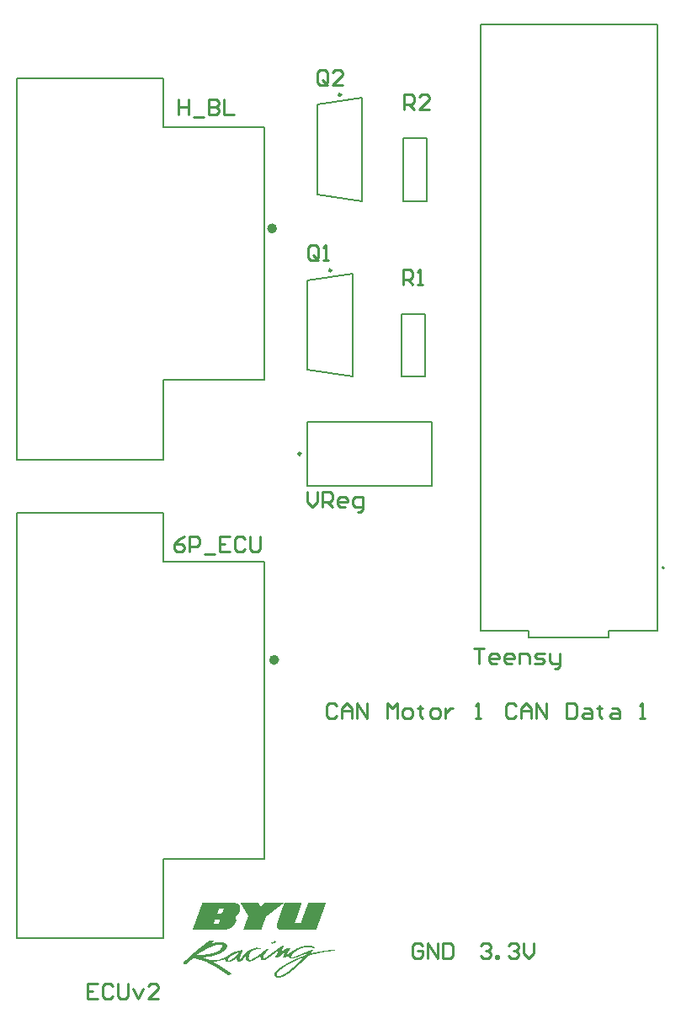
<source format=gbr>
%TF.GenerationSoftware,Altium Limited,Altium Designer,25.2.1 (25)*%
G04 Layer_Color=65535*
%FSLAX45Y45*%
%MOMM*%
%TF.SameCoordinates,263333B9-CEA0-44AE-B74E-27EC067FB1C6*%
%TF.FilePolarity,Positive*%
%TF.FileFunction,Legend,Top*%
%TF.Part,Single*%
G01*
G75*
%TA.AperFunction,NonConductor*%
%ADD26C,0.50000*%
%ADD27C,0.25000*%
%ADD28C,0.20000*%
%ADD29C,0.15240*%
%ADD30C,0.12700*%
%ADD31C,0.25400*%
G36*
X2884311Y1102078D02*
X2933700D01*
Y1100667D01*
X2953456D01*
Y1097845D01*
X2952044D01*
Y1092200D01*
X2950633D01*
Y1087967D01*
X2949222D01*
Y1085145D01*
X2947811D01*
Y1079500D01*
X2946400D01*
Y1076678D01*
X2944989D01*
Y1072445D01*
X2943578D01*
Y1066800D01*
X2942167D01*
Y1065389D01*
X2940756D01*
Y1059745D01*
X2939344D01*
Y1055511D01*
X2937933D01*
Y1052689D01*
X2936522D01*
Y1047045D01*
X2935111D01*
Y1045633D01*
X2933700D01*
Y1039989D01*
X2932289D01*
Y1035756D01*
X2930878D01*
Y1032933D01*
X2929467D01*
Y1027289D01*
X2928056D01*
Y1024467D01*
X2926644D01*
Y1021645D01*
X2925233D01*
Y1016000D01*
X2923822D01*
Y1013178D01*
X2922411D01*
Y1008945D01*
X2921000D01*
Y1003300D01*
X2919589D01*
Y1001889D01*
X2918178D01*
Y996245D01*
X2916767D01*
Y993422D01*
X2915356D01*
Y989189D01*
X2913944D01*
Y983545D01*
X2912533D01*
Y982133D01*
X2911122D01*
Y976489D01*
X2909711D01*
Y972256D01*
X2908300D01*
Y969433D01*
X2906889D01*
Y965200D01*
X2905478D01*
Y960967D01*
X2904067D01*
Y958145D01*
X2902656D01*
Y952500D01*
X2901244D01*
Y949678D01*
X2899833D01*
Y945445D01*
X2898422D01*
Y939800D01*
X2897011D01*
Y936978D01*
X2895600D01*
Y931333D01*
X2894189D01*
Y928511D01*
X2892778D01*
Y924278D01*
X2891367D01*
Y920045D01*
X2889956D01*
Y917222D01*
X2888544D01*
Y911578D01*
X2887133D01*
Y907345D01*
X2885722D01*
Y904522D01*
X2884311D01*
Y894645D01*
X2940756D01*
Y896056D01*
X2942167D01*
Y897467D01*
X2943578D01*
Y901700D01*
X2944989D01*
Y905933D01*
X2946400D01*
Y908756D01*
X2947811D01*
Y912989D01*
X2949222D01*
Y917222D01*
X2950633D01*
Y920045D01*
X2952044D01*
Y925689D01*
X2953456D01*
Y927100D01*
X2954867D01*
Y932745D01*
X2956278D01*
Y936978D01*
X2957689D01*
Y939800D01*
X2959100D01*
Y944033D01*
X2960511D01*
Y948267D01*
X2961922D01*
Y951089D01*
X2963333D01*
Y956733D01*
X2964744D01*
Y958145D01*
X2966156D01*
Y963789D01*
X2967567D01*
Y968022D01*
X2968978D01*
Y970845D01*
X2970389D01*
Y975078D01*
X2971800D01*
Y977900D01*
X2973211D01*
Y982133D01*
X2974622D01*
Y987778D01*
X2976033D01*
Y989189D01*
X2977444D01*
Y994833D01*
X2978856D01*
Y999067D01*
X2980267D01*
Y1000478D01*
X2981678D01*
Y1006122D01*
X2983089D01*
Y1008945D01*
X2984500D01*
Y1013178D01*
X2985911D01*
Y1017411D01*
X2987322D01*
Y1020233D01*
X2988733D01*
Y1024467D01*
X2990144D01*
Y1030111D01*
X2991556D01*
Y1031522D01*
X2992967D01*
Y1037167D01*
X2994378D01*
Y1039989D01*
X2995789D01*
Y1044222D01*
X2997200D01*
Y1048456D01*
X2998611D01*
Y1051278D01*
X3000022D01*
Y1055511D01*
X3001433D01*
Y1059745D01*
X3002844D01*
Y1062567D01*
X3004256D01*
Y1068211D01*
X3005667D01*
Y1069622D01*
X3007078D01*
Y1073856D01*
X3008489D01*
Y1079500D01*
X3009900D01*
Y1080911D01*
X3011311D01*
Y1086556D01*
X3012722D01*
Y1090789D01*
X3014133D01*
Y1093611D01*
X3015544D01*
Y1099256D01*
X3016956D01*
Y1100667D01*
X3049411D01*
Y1102078D01*
X3184878D01*
Y1100667D01*
X3196167D01*
Y1097845D01*
X3194756D01*
Y1093611D01*
X3193344D01*
Y1090789D01*
X3191933D01*
Y1085145D01*
X3190522D01*
Y1082322D01*
X3189111D01*
Y1078089D01*
X3187700D01*
Y1073856D01*
X3186289D01*
Y1071033D01*
X3184878D01*
Y1066800D01*
X3183467D01*
Y1061156D01*
X3182056D01*
Y1059745D01*
X3180644D01*
Y1054100D01*
X3179233D01*
Y1051278D01*
X3177822D01*
Y1047045D01*
X3176411D01*
Y1041400D01*
X3175000D01*
Y1039989D01*
X3173589D01*
Y1034345D01*
X3172178D01*
Y1030111D01*
X3170767D01*
Y1027289D01*
X3169356D01*
Y1021645D01*
X3167944D01*
Y1020233D01*
X3166533D01*
Y1016000D01*
X3165122D01*
Y1010356D01*
X3163711D01*
Y1007533D01*
X3162300D01*
Y1003300D01*
X3160889D01*
Y999067D01*
X3159478D01*
Y996245D01*
X3158067D01*
Y990600D01*
X3156656D01*
Y989189D01*
X3155244D01*
Y983545D01*
X3153833D01*
Y979311D01*
X3152422D01*
Y976489D01*
X3151011D01*
Y972256D01*
X3149600D01*
Y968022D01*
X3148189D01*
Y965200D01*
X3146778D01*
Y959556D01*
X3145367D01*
Y958145D01*
X3143956D01*
Y952500D01*
X3142544D01*
Y949678D01*
Y948267D01*
X3141133D01*
Y946856D01*
X3139722D01*
Y941211D01*
X3138311D01*
Y936978D01*
X3136900D01*
Y934156D01*
X3135489D01*
Y928511D01*
X3134078D01*
Y927100D01*
X3132667D01*
Y921456D01*
X3131256D01*
Y917222D01*
X3129844D01*
Y914400D01*
X3128433D01*
Y910167D01*
X3127022D01*
Y905933D01*
X3125611D01*
Y903111D01*
X3124200D01*
Y897467D01*
X3122789D01*
Y896056D01*
X3121378D01*
Y890411D01*
X3119967D01*
Y886178D01*
X3118556D01*
Y884767D01*
X3117144D01*
Y879122D01*
X3115733D01*
Y874889D01*
X3114322D01*
Y872067D01*
X3112911D01*
Y867833D01*
X3111500D01*
Y865011D01*
X3110089D01*
Y860778D01*
X3108678D01*
Y855133D01*
X3107267D01*
Y853722D01*
X3105856D01*
Y848078D01*
X3104444D01*
Y845256D01*
X3103033D01*
Y842433D01*
X3101622D01*
Y836789D01*
X3100211D01*
Y835378D01*
X3098800D01*
Y831145D01*
X3097389D01*
Y829733D01*
X3083278D01*
Y828322D01*
X3026833D01*
Y826911D01*
X3004256D01*
Y828322D01*
X2767189D01*
Y829733D01*
X2726267D01*
Y831145D01*
X2724856D01*
Y832556D01*
X2723444D01*
Y833967D01*
X2720622D01*
Y835378D01*
X2719211D01*
Y836789D01*
X2716389D01*
Y838200D01*
X2714978D01*
Y839611D01*
X2713567D01*
Y841022D01*
X2712156D01*
Y843845D01*
X2710744D01*
Y845256D01*
X2709333D01*
Y846667D01*
X2707922D01*
Y849489D01*
X2706511D01*
Y850900D01*
X2705100D01*
Y853722D01*
X2703689D01*
Y857956D01*
X2702278D01*
Y859367D01*
X2700867D01*
Y865011D01*
X2699456D01*
Y877711D01*
X2700867D01*
Y884767D01*
X2702278D01*
Y886178D01*
X2703689D01*
Y893233D01*
X2705100D01*
Y897467D01*
X2706511D01*
Y900289D01*
X2707922D01*
Y905933D01*
X2709333D01*
Y908756D01*
X2710744D01*
Y912989D01*
X2712156D01*
Y918633D01*
X2713567D01*
Y921456D01*
X2714978D01*
Y927100D01*
X2716389D01*
Y931333D01*
X2717800D01*
Y934156D01*
X2719211D01*
Y939800D01*
X2720622D01*
Y941211D01*
X2722033D01*
Y946856D01*
X2723444D01*
Y951089D01*
X2724856D01*
Y953911D01*
X2726267D01*
Y959556D01*
X2727678D01*
Y963789D01*
X2729089D01*
Y965200D01*
X2730500D01*
Y970845D01*
X2731911D01*
Y973667D01*
X2733322D01*
Y977900D01*
X2734733D01*
Y983545D01*
X2736144D01*
Y984956D01*
X2737556D01*
Y990600D01*
X2738967D01*
Y994833D01*
X2740378D01*
Y997656D01*
X2741789D01*
Y1003300D01*
X2743200D01*
Y1004711D01*
X2744611D01*
Y1010356D01*
X2746022D01*
Y1014589D01*
X2747433D01*
Y1017411D01*
X2748844D01*
Y1021645D01*
X2750256D01*
Y1025878D01*
X2751667D01*
Y1028700D01*
X2753078D01*
Y1034345D01*
X2754489D01*
Y1037167D01*
X2755900D01*
Y1041400D01*
X2757311D01*
Y1047045D01*
X2758722D01*
Y1048456D01*
X2760133D01*
Y1054100D01*
X2761544D01*
Y1058333D01*
X2762956D01*
Y1061156D01*
X2764367D01*
Y1066800D01*
X2765778D01*
Y1069622D01*
X2767189D01*
Y1073856D01*
X2768600D01*
Y1079500D01*
X2770011D01*
Y1080911D01*
X2771422D01*
Y1086556D01*
X2772833D01*
Y1090789D01*
X2774244D01*
Y1093611D01*
X2775656D01*
Y1099256D01*
X2774244D01*
Y1097845D01*
X2771422D01*
Y1096433D01*
X2770011D01*
Y1095022D01*
X2768600D01*
Y1093611D01*
X2765778D01*
Y1092200D01*
X2762956D01*
Y1090789D01*
X2761544D01*
Y1089378D01*
X2760133D01*
Y1087967D01*
X2758722D01*
Y1086556D01*
X2755900D01*
Y1085145D01*
X2753078D01*
Y1082322D01*
X2750256D01*
Y1080911D01*
X2748844D01*
Y1079500D01*
X2746022D01*
Y1078089D01*
X2744611D01*
Y1076678D01*
X2743200D01*
Y1075267D01*
X2741789D01*
Y1073856D01*
X2738967D01*
Y1072445D01*
X2737556D01*
Y1071033D01*
X2734733D01*
Y1069622D01*
X2733322D01*
Y1068211D01*
X2731911D01*
Y1066800D01*
X2729089D01*
Y1065389D01*
X2727678D01*
Y1063978D01*
X2726267D01*
Y1062567D01*
X2723444D01*
Y1061156D01*
X2722033D01*
Y1059745D01*
X2720622D01*
Y1058333D01*
X2717800D01*
Y1056922D01*
X2716389D01*
Y1055511D01*
X2714978D01*
Y1054100D01*
X2713567D01*
Y1052689D01*
X2710744D01*
Y1051278D01*
X2707922D01*
Y1048456D01*
X2705100D01*
Y1047045D01*
X2703689D01*
Y1045633D01*
X2700867D01*
Y1044222D01*
X2699456D01*
Y1042811D01*
X2698044D01*
Y1041400D01*
X2696633D01*
Y1039989D01*
X2693811D01*
Y1038578D01*
X2692400D01*
Y1037167D01*
X2689578D01*
Y1035756D01*
X2688167D01*
Y1034345D01*
X2686756D01*
Y1032933D01*
X2683933D01*
Y1031522D01*
X2682522D01*
Y1030111D01*
X2681111D01*
Y1028700D01*
X2678289D01*
Y1025878D01*
X2675467D01*
Y1024467D01*
X2672644D01*
Y1023056D01*
X2671233D01*
Y1021645D01*
X2669822D01*
Y1020233D01*
X2668411D01*
Y1018822D01*
X2665589D01*
Y1017411D01*
X2664178D01*
Y1016000D01*
X2662767D01*
Y1014589D01*
X2659944D01*
Y1013178D01*
X2658533D01*
Y1011767D01*
X2657122D01*
Y1010356D01*
X2654300D01*
Y1008945D01*
X2652889D01*
Y1007533D01*
X2651478D01*
Y1006122D01*
X2650067D01*
Y1004711D01*
X2648656D01*
Y1003300D01*
X2645833D01*
Y1001889D01*
X2643011D01*
Y1000478D01*
X2641600D01*
Y999067D01*
X2640189D01*
Y997656D01*
X2638778D01*
Y996245D01*
X2635956D01*
Y994833D01*
X2634544D01*
Y993422D01*
X2633133D01*
Y992011D01*
X2630311D01*
Y990600D01*
X2628900D01*
Y989189D01*
X2627489D01*
Y987778D01*
X2624667D01*
Y986367D01*
X2623256D01*
Y984956D01*
X2621844D01*
Y983545D01*
X2620433D01*
Y982133D01*
X2619022D01*
Y980722D01*
X2616200D01*
Y979311D01*
X2614789D01*
Y977900D01*
X2613378D01*
Y976489D01*
X2610556D01*
Y975078D01*
X2609144D01*
Y973667D01*
X2607733D01*
Y972256D01*
X2604911D01*
Y970845D01*
X2603500D01*
Y969433D01*
X2602089D01*
Y968022D01*
X2600678D01*
Y966611D01*
X2599267D01*
Y965200D01*
X2596444D01*
Y963789D01*
X2595033D01*
Y960967D01*
X2593622D01*
Y959556D01*
X2592211D01*
Y955322D01*
X2590800D01*
Y951089D01*
X2589389D01*
Y949678D01*
X2587978D01*
Y944033D01*
X2586567D01*
Y941211D01*
X2585156D01*
Y938389D01*
X2583744D01*
Y932745D01*
X2582333D01*
Y931333D01*
X2580922D01*
Y925689D01*
X2579511D01*
Y921456D01*
X2578100D01*
Y920045D01*
X2576689D01*
Y914400D01*
X2575278D01*
Y911578D01*
X2573867D01*
Y907345D01*
X2572456D01*
Y903111D01*
X2571044D01*
Y900289D01*
X2569633D01*
Y896056D01*
X2568222D01*
Y890411D01*
X2566811D01*
Y889000D01*
X2565400D01*
Y883356D01*
X2563989D01*
Y880533D01*
X2562578D01*
Y876300D01*
X2561167D01*
Y872067D01*
X2559756D01*
Y869245D01*
X2558344D01*
Y865011D01*
X2556933D01*
Y859367D01*
X2555522D01*
Y857956D01*
X2554111D01*
Y852311D01*
X2552700D01*
Y849489D01*
X2551289D01*
Y845256D01*
X2549878D01*
Y839611D01*
X2548467D01*
Y838200D01*
X2547056D01*
Y832556D01*
X2545644D01*
Y829733D01*
X2544233D01*
Y828322D01*
X2530122D01*
Y826911D01*
X2404533D01*
Y828322D01*
X2372078D01*
Y829733D01*
X2365022D01*
Y831145D01*
X2366433D01*
Y836789D01*
X2367844D01*
Y839611D01*
X2369256D01*
Y843845D01*
X2370667D01*
Y849489D01*
X2372078D01*
Y850900D01*
X2373489D01*
Y856545D01*
X2374900D01*
Y860778D01*
X2376311D01*
Y863600D01*
X2377722D01*
Y867833D01*
X2379133D01*
Y870656D01*
X2380544D01*
Y874889D01*
X2381956D01*
Y880533D01*
X2383367D01*
Y881945D01*
X2384778D01*
Y887589D01*
X2386189D01*
Y891822D01*
X2387600D01*
Y894645D01*
X2389011D01*
Y898878D01*
X2390422D01*
Y901700D01*
X2391833D01*
Y905933D01*
X2393244D01*
Y911578D01*
X2394656D01*
Y912989D01*
X2396067D01*
Y918633D01*
X2397478D01*
Y922867D01*
X2398889D01*
Y925689D01*
X2400300D01*
Y931333D01*
X2401711D01*
Y932745D01*
X2403122D01*
Y938389D01*
X2404533D01*
Y942622D01*
X2405944D01*
Y945445D01*
X2407356D01*
Y949678D01*
X2408767D01*
Y955322D01*
X2410178D01*
Y958145D01*
X2411589D01*
Y965200D01*
X2413000D01*
Y966611D01*
X2411589D01*
Y972256D01*
X2410178D01*
Y975078D01*
X2408767D01*
Y977900D01*
X2407356D01*
Y980722D01*
X2405944D01*
Y982133D01*
X2404533D01*
Y984956D01*
X2403122D01*
Y987778D01*
X2401711D01*
Y989189D01*
X2400300D01*
Y992011D01*
X2398889D01*
Y994833D01*
X2397478D01*
Y996245D01*
X2396067D01*
Y999067D01*
X2394656D01*
Y1001889D01*
X2393244D01*
Y1003300D01*
X2391833D01*
Y1007533D01*
X2390422D01*
Y1008945D01*
X2389011D01*
Y1011767D01*
X2387600D01*
Y1013178D01*
X2386189D01*
Y1016000D01*
X2384778D01*
Y1018822D01*
X2383367D01*
Y1020233D01*
X2381956D01*
Y1023056D01*
X2380544D01*
Y1025878D01*
X2379133D01*
Y1027289D01*
X2377722D01*
Y1030111D01*
X2376311D01*
Y1032933D01*
X2374900D01*
Y1035756D01*
X2373489D01*
Y1037167D01*
X2372078D01*
Y1039989D01*
X2370667D01*
Y1042811D01*
X2369256D01*
Y1045633D01*
X2367844D01*
Y1047045D01*
X2366433D01*
Y1049867D01*
X2365022D01*
Y1051278D01*
X2363611D01*
Y1054100D01*
X2362200D01*
Y1056922D01*
X2360789D01*
Y1058333D01*
X2359378D01*
Y1061156D01*
X2357967D01*
Y1063978D01*
X2356556D01*
Y1065389D01*
X2355144D01*
Y1068211D01*
X2353733D01*
Y1071033D01*
X2352322D01*
Y1073856D01*
X2350911D01*
Y1075267D01*
X2349500D01*
Y1078089D01*
X2348089D01*
Y1080911D01*
X2346678D01*
Y1083733D01*
X2345267D01*
Y1085145D01*
X2343856D01*
Y1087967D01*
X2342444D01*
Y1090789D01*
X2341033D01*
Y1092200D01*
X2339622D01*
Y1095022D01*
X2338211D01*
Y1097845D01*
X2336800D01*
Y1100667D01*
X2338211D01*
Y1102078D01*
X2483556D01*
Y1100667D01*
X2517422D01*
Y1097845D01*
X2518833D01*
Y1096433D01*
X2520244D01*
Y1093611D01*
X2521656D01*
Y1090789D01*
X2523067D01*
Y1089378D01*
X2524478D01*
Y1086556D01*
X2525889D01*
Y1085145D01*
X2527300D01*
Y1082322D01*
X2528711D01*
Y1079500D01*
X2530122D01*
Y1078089D01*
X2531533D01*
Y1075267D01*
X2532944D01*
Y1073856D01*
X2534356D01*
Y1071033D01*
X2535767D01*
Y1069622D01*
X2537178D01*
Y1068211D01*
X2538589D01*
Y1066800D01*
X2540000D01*
Y1068211D01*
X2541411D01*
Y1069622D01*
X2544233D01*
Y1071033D01*
X2547056D01*
Y1073856D01*
X2549878D01*
Y1075267D01*
X2551289D01*
Y1076678D01*
X2554111D01*
Y1078089D01*
X2555522D01*
Y1079500D01*
X2556933D01*
Y1080911D01*
X2559756D01*
Y1082322D01*
X2561167D01*
Y1083733D01*
X2562578D01*
Y1085145D01*
X2565400D01*
Y1086556D01*
X2566811D01*
Y1087967D01*
X2568222D01*
Y1089378D01*
X2571044D01*
Y1090789D01*
X2572456D01*
Y1092200D01*
X2573867D01*
Y1093611D01*
X2575278D01*
Y1095022D01*
X2576689D01*
Y1096433D01*
X2579511D01*
Y1097845D01*
X2580922D01*
Y1099256D01*
X2583744D01*
Y1100667D01*
X2585156D01*
Y1102078D01*
X2586567D01*
Y1103489D01*
X2884311D01*
Y1102078D01*
D02*
G37*
G36*
X2057400D02*
X2195689D01*
Y1100667D01*
X2276122D01*
Y1099256D01*
X2286000D01*
Y1097845D01*
X2288822D01*
Y1096433D01*
X2294467D01*
Y1095022D01*
X2297289D01*
Y1093611D01*
X2301522D01*
Y1092200D01*
X2304344D01*
Y1090789D01*
X2307167D01*
Y1089378D01*
X2309989D01*
Y1087967D01*
X2312811D01*
Y1086556D01*
X2314222D01*
Y1085145D01*
X2317044D01*
Y1083733D01*
X2318456D01*
Y1082322D01*
X2321278D01*
Y1080911D01*
X2322689D01*
Y1079500D01*
X2324100D01*
Y1078089D01*
X2325511D01*
Y1075267D01*
X2326922D01*
Y1073856D01*
X2328333D01*
Y1072445D01*
X2329744D01*
Y1069622D01*
X2331156D01*
Y1066800D01*
X2332567D01*
Y1061156D01*
X2333978D01*
Y1035756D01*
X2332567D01*
Y1023056D01*
X2331156D01*
Y1020233D01*
X2329744D01*
Y1016000D01*
X2328333D01*
Y1011767D01*
X2326922D01*
Y1010356D01*
X2325511D01*
Y1006122D01*
X2324100D01*
Y1003300D01*
X2322689D01*
Y1001889D01*
X2321278D01*
Y999067D01*
X2319867D01*
Y997656D01*
X2318456D01*
Y994833D01*
X2317044D01*
Y993422D01*
X2315633D01*
Y992011D01*
X2314222D01*
Y989189D01*
X2312811D01*
Y987778D01*
X2311400D01*
Y984956D01*
X2309989D01*
Y983545D01*
X2308578D01*
Y982133D01*
X2307167D01*
Y980722D01*
X2305756D01*
Y979311D01*
X2304344D01*
Y977900D01*
X2302933D01*
Y976489D01*
X2301522D01*
Y973667D01*
X2300111D01*
Y972256D01*
X2298700D01*
Y970845D01*
X2297289D01*
Y969433D01*
X2294467D01*
Y968022D01*
X2293056D01*
Y966611D01*
X2291644D01*
Y965200D01*
X2290233D01*
Y963789D01*
X2288822D01*
Y962378D01*
X2286000D01*
Y960967D01*
X2284589D01*
Y959556D01*
X2283178D01*
Y955322D01*
X2284589D01*
Y952500D01*
X2286000D01*
Y951089D01*
X2287411D01*
Y946856D01*
X2288822D01*
Y944033D01*
X2290233D01*
Y941211D01*
X2291644D01*
Y935567D01*
X2293056D01*
Y932745D01*
X2294467D01*
Y921456D01*
X2293056D01*
Y917222D01*
X2291644D01*
Y910167D01*
X2290233D01*
Y907345D01*
X2288822D01*
Y903111D01*
X2287411D01*
Y900289D01*
X2286000D01*
Y897467D01*
X2284589D01*
Y894645D01*
X2283178D01*
Y891822D01*
X2281767D01*
Y890411D01*
X2280356D01*
Y886178D01*
X2278944D01*
Y884767D01*
X2277533D01*
Y883356D01*
X2276122D01*
Y880533D01*
X2274711D01*
Y879122D01*
X2273300D01*
Y876300D01*
X2271889D01*
Y874889D01*
X2270478D01*
Y873478D01*
X2269067D01*
Y872067D01*
X2267656D01*
Y870656D01*
X2266244D01*
Y867833D01*
X2263422D01*
Y866422D01*
X2262011D01*
Y865011D01*
X2260600D01*
Y863600D01*
X2259189D01*
Y862189D01*
X2257778D01*
Y860778D01*
X2256367D01*
Y859367D01*
X2254956D01*
Y857956D01*
X2253544D01*
Y856545D01*
X2250722D01*
Y855133D01*
X2249311D01*
Y853722D01*
X2246489D01*
Y852311D01*
X2245078D01*
Y850900D01*
X2242256D01*
Y849489D01*
X2239433D01*
Y848078D01*
X2236611D01*
Y846667D01*
X2235200D01*
Y845256D01*
X2230967D01*
Y843845D01*
X2229556D01*
Y842433D01*
X2225322D01*
Y841022D01*
X2221089D01*
Y839611D01*
X2219678D01*
Y838200D01*
X2214033D01*
Y836789D01*
X2209800D01*
Y835378D01*
X2205567D01*
Y833967D01*
X2198511D01*
Y832556D01*
X2194278D01*
Y831145D01*
X2181578D01*
Y829733D01*
X2149122D01*
Y828322D01*
X2109611D01*
Y826911D01*
X1855611D01*
Y832556D01*
X1857022D01*
Y838200D01*
X1858433D01*
Y841022D01*
X1859844D01*
Y845256D01*
X1861256D01*
Y849489D01*
X1862667D01*
Y852311D01*
X1864078D01*
Y857956D01*
X1865489D01*
Y860778D01*
X1866900D01*
Y865011D01*
X1868311D01*
Y869245D01*
X1869722D01*
Y872067D01*
X1871133D01*
Y877711D01*
X1872544D01*
Y880533D01*
X1873956D01*
Y884767D01*
X1875367D01*
Y890411D01*
X1876778D01*
Y891822D01*
X1878189D01*
Y897467D01*
X1879600D01*
Y901700D01*
X1881011D01*
Y904522D01*
X1882422D01*
Y908756D01*
X1883833D01*
Y911578D01*
X1885244D01*
Y915811D01*
X1886656D01*
Y921456D01*
X1888067D01*
Y922867D01*
X1889478D01*
Y928511D01*
X1890889D01*
Y932745D01*
X1892300D01*
Y935567D01*
X1893711D01*
Y939800D01*
X1895122D01*
Y942622D01*
X1896533D01*
Y946856D01*
X1897944D01*
Y952500D01*
X1899356D01*
Y953911D01*
X1900767D01*
Y959556D01*
X1902178D01*
Y963789D01*
X1903589D01*
Y966611D01*
X1905000D01*
Y970845D01*
X1906411D01*
Y973667D01*
X1907822D01*
Y977900D01*
X1909233D01*
Y983545D01*
X1910644D01*
Y984956D01*
X1912056D01*
Y990600D01*
X1913467D01*
Y993422D01*
X1914878D01*
Y997656D01*
X1916289D01*
Y1001889D01*
X1917700D01*
Y1004711D01*
X1919111D01*
Y1008945D01*
X1920522D01*
Y1014589D01*
X1921933D01*
Y1016000D01*
X1923344D01*
Y1021645D01*
X1924756D01*
Y1025878D01*
X1926167D01*
Y1028700D01*
X1927578D01*
Y1032933D01*
X1928989D01*
Y1035756D01*
X1930400D01*
Y1039989D01*
X1931811D01*
Y1044222D01*
X1933222D01*
Y1047045D01*
X1934633D01*
Y1052689D01*
X1936044D01*
Y1055511D01*
X1937456D01*
Y1058333D01*
X1938867D01*
Y1063978D01*
X1940278D01*
Y1066800D01*
X1941689D01*
Y1071033D01*
X1943100D01*
Y1075267D01*
X1944511D01*
Y1078089D01*
X1945922D01*
Y1082322D01*
X1947333D01*
Y1086556D01*
X1948744D01*
Y1089378D01*
X1950156D01*
Y1095022D01*
X1951567D01*
Y1097845D01*
X1952978D01*
Y1102078D01*
X1954389D01*
Y1103489D01*
X2057400D01*
Y1102078D01*
D02*
G37*
G36*
X2686756Y715433D02*
X2688167D01*
Y712611D01*
X2690989D01*
Y709789D01*
X2692400D01*
Y706967D01*
X2690989D01*
Y704145D01*
X2688167D01*
Y701322D01*
X2685344D01*
Y699911D01*
X2682522D01*
Y697089D01*
X2676878D01*
Y694267D01*
X2672644D01*
Y692856D01*
X2664178D01*
Y690033D01*
X2652889D01*
Y691445D01*
X2651478D01*
Y692856D01*
X2648656D01*
Y694267D01*
X2645833D01*
Y697089D01*
X2643011D01*
Y699911D01*
X2644422D01*
Y701322D01*
X2650067D01*
Y704145D01*
X2658533D01*
Y705556D01*
X2665589D01*
Y708378D01*
X2671233D01*
Y711200D01*
X2675467D01*
Y712611D01*
X2676878D01*
Y715433D01*
X2679700D01*
Y716845D01*
X2686756D01*
Y715433D01*
D02*
G37*
G36*
X2055989Y722489D02*
X2064456D01*
Y719667D01*
X2071511D01*
Y716845D01*
X2068689D01*
Y715433D01*
X2067278D01*
Y712611D01*
X2063044D01*
Y711200D01*
X2060222D01*
Y708378D01*
X2057400D01*
Y705556D01*
X2054578D01*
Y704145D01*
X2051756D01*
Y702733D01*
X2050344D01*
Y701322D01*
X2048933D01*
Y694267D01*
X2063044D01*
Y695678D01*
X2064456D01*
Y697089D01*
X2078567D01*
Y699911D01*
X2091267D01*
Y701322D01*
X2159000D01*
Y699911D01*
X2170289D01*
Y697089D01*
X2177344D01*
Y695678D01*
X2178756D01*
Y694267D01*
X2182989D01*
Y692856D01*
X2187222D01*
Y690033D01*
X2191456D01*
Y688622D01*
X2192867D01*
Y685800D01*
X2195689D01*
Y684389D01*
X2197100D01*
Y682978D01*
X2198511D01*
Y681567D01*
X2199922D01*
Y678745D01*
X2202744D01*
Y671689D01*
X2204156D01*
Y663222D01*
X2202744D01*
Y656167D01*
X2199922D01*
Y651933D01*
X2198511D01*
Y647700D01*
X2195689D01*
Y644878D01*
X2194278D01*
Y643467D01*
X2192867D01*
Y640645D01*
X2191456D01*
Y637822D01*
X2188633D01*
Y636411D01*
X2187222D01*
Y632178D01*
X2184400D01*
Y629356D01*
X2181578D01*
Y626533D01*
X2180167D01*
Y625122D01*
X2177344D01*
Y622300D01*
X2175933D01*
Y620889D01*
X2173111D01*
Y618067D01*
X2170289D01*
Y615245D01*
X2166056D01*
Y613833D01*
X2164644D01*
Y611011D01*
X2161822D01*
Y609600D01*
X2160411D01*
Y608189D01*
X2159000D01*
Y606778D01*
X2154767D01*
Y603956D01*
X2153356D01*
Y602545D01*
X2147711D01*
Y599722D01*
X2146300D01*
Y598311D01*
X2142067D01*
Y595489D01*
X2136422D01*
Y592667D01*
X2132189D01*
Y591256D01*
X2127956D01*
Y588433D01*
X2122311D01*
Y587022D01*
X2120900D01*
Y585611D01*
X2116667D01*
Y584200D01*
X2112433D01*
Y581378D01*
X2105378D01*
Y579967D01*
X2098322D01*
Y577145D01*
X2091267D01*
Y574322D01*
X2084211D01*
Y572911D01*
X2077156D01*
Y571500D01*
X2075744D01*
Y570089D01*
X2068689D01*
Y568678D01*
X2060222D01*
Y565856D01*
X2048933D01*
Y563033D01*
X2037644D01*
Y561622D01*
X2024944D01*
Y560211D01*
X2023533D01*
Y558800D01*
X2010833D01*
Y557389D01*
X1992489D01*
Y554567D01*
X1976967D01*
Y551745D01*
X1967089D01*
Y546100D01*
X1971322D01*
Y543278D01*
X1976967D01*
Y541867D01*
X1978378D01*
Y540456D01*
X1982611D01*
Y539045D01*
X1989667D01*
Y536222D01*
X1996722D01*
Y534811D01*
X2005189D01*
Y531989D01*
X2012244D01*
Y530578D01*
X2013656D01*
Y529167D01*
X2022122D01*
Y527756D01*
X2030589D01*
Y524933D01*
X2041878D01*
Y523522D01*
X2094089D01*
Y524933D01*
X2106789D01*
Y527756D01*
X2116667D01*
Y529167D01*
X2125133D01*
Y531989D01*
X2132189D01*
Y534811D01*
X2139244D01*
Y536222D01*
X2146300D01*
Y539045D01*
X2151944D01*
Y540456D01*
X2156178D01*
Y541867D01*
X2157589D01*
Y543278D01*
X2163233D01*
Y544689D01*
X2164644D01*
Y546100D01*
X2168878D01*
Y547511D01*
X2173111D01*
Y548922D01*
X2174522D01*
Y550333D01*
X2180167D01*
Y551745D01*
X2182989D01*
Y553156D01*
X2184400D01*
Y554567D01*
X2188633D01*
Y557389D01*
X2192867D01*
Y558800D01*
X2195689D01*
Y560211D01*
X2197100D01*
Y561622D01*
X2199922D01*
Y563033D01*
X2202744D01*
Y564445D01*
X2204156D01*
Y565856D01*
X2206978D01*
Y568678D01*
X2211211D01*
Y570089D01*
X2214033D01*
Y572911D01*
X2215444D01*
Y574322D01*
X2216856D01*
Y575733D01*
X2219678D01*
Y577145D01*
X2222500D01*
Y579967D01*
X2225322D01*
Y581378D01*
X2229556D01*
Y584200D01*
X2232378D01*
Y587022D01*
X2236611D01*
Y588433D01*
X2240844D01*
Y591256D01*
X2245078D01*
Y592667D01*
X2247900D01*
Y594078D01*
X2249311D01*
Y595489D01*
X2253544D01*
Y596900D01*
X2254956D01*
Y598311D01*
X2259189D01*
Y599722D01*
X2263422D01*
Y602545D01*
X2270478D01*
Y603956D01*
X2274711D01*
Y606778D01*
X2281767D01*
Y609600D01*
X2288822D01*
Y611011D01*
X2294467D01*
Y613833D01*
X2301522D01*
Y615245D01*
X2308578D01*
Y616656D01*
X2311400D01*
Y618067D01*
X2317044D01*
Y619478D01*
X2318456D01*
Y620889D01*
X2326922D01*
Y622300D01*
X2335389D01*
Y625122D01*
X2356556D01*
Y622300D01*
X2357967D01*
Y616656D01*
X2356556D01*
Y611011D01*
X2353733D01*
Y606778D01*
X2352322D01*
Y602545D01*
X2349500D01*
Y598311D01*
X2348089D01*
Y596900D01*
X2346678D01*
Y592667D01*
X2345267D01*
Y588433D01*
X2342444D01*
Y581378D01*
X2341033D01*
Y577145D01*
X2338211D01*
Y570089D01*
X2335389D01*
Y563033D01*
X2333978D01*
Y554567D01*
X2331156D01*
Y536222D01*
X2338211D01*
Y539045D01*
X2341033D01*
Y541867D01*
X2342444D01*
Y543278D01*
X2343856D01*
Y544689D01*
X2345267D01*
Y547511D01*
X2346678D01*
Y550333D01*
X2349500D01*
Y551745D01*
X2350911D01*
Y553156D01*
X2352322D01*
Y554567D01*
X2353733D01*
Y557389D01*
X2355144D01*
Y558800D01*
X2356556D01*
Y561622D01*
X2357967D01*
Y563033D01*
X2359378D01*
Y564445D01*
X2360789D01*
Y565856D01*
X2362200D01*
Y567267D01*
X2363611D01*
Y570089D01*
X2365022D01*
Y572911D01*
X2367844D01*
Y575733D01*
X2369256D01*
Y577145D01*
X2372078D01*
Y579967D01*
X2374900D01*
Y582789D01*
X2376311D01*
Y587022D01*
X2379133D01*
Y588433D01*
X2380544D01*
Y591256D01*
X2383367D01*
Y592667D01*
X2386189D01*
Y595489D01*
X2387600D01*
Y598311D01*
X2390422D01*
Y599722D01*
X2391833D01*
Y602545D01*
X2394656D01*
Y603956D01*
X2397478D01*
Y606778D01*
X2401711D01*
Y609600D01*
X2403122D01*
Y611011D01*
X2405944D01*
Y613833D01*
X2410178D01*
Y615245D01*
X2413000D01*
Y616656D01*
X2414411D01*
Y618067D01*
X2417233D01*
Y620889D01*
X2421467D01*
Y622300D01*
X2425700D01*
Y625122D01*
X2431344D01*
Y626533D01*
X2435578D01*
Y629356D01*
X2439811D01*
Y632178D01*
X2446867D01*
Y633589D01*
X2451100D01*
Y636411D01*
X2458156D01*
Y637822D01*
X2463800D01*
Y639233D01*
X2465211D01*
Y640645D01*
X2470856D01*
Y643467D01*
X2477911D01*
Y644878D01*
X2484967D01*
Y647700D01*
X2493433D01*
Y649111D01*
X2511778D01*
Y647700D01*
X2521656D01*
Y644878D01*
X2528711D01*
Y643467D01*
X2534356D01*
Y642056D01*
X2535767D01*
Y640645D01*
X2540000D01*
Y637822D01*
X2541411D01*
Y636411D01*
X2540000D01*
Y633589D01*
X2530122D01*
Y632178D01*
X2490611D01*
Y630767D01*
X2489200D01*
Y629356D01*
X2479322D01*
Y627945D01*
X2477911D01*
Y626533D01*
X2472267D01*
Y625122D01*
X2466622D01*
Y622300D01*
X2462389D01*
Y620889D01*
X2458156D01*
Y618067D01*
X2453922D01*
Y615245D01*
X2451100D01*
Y613833D01*
X2449689D01*
Y611011D01*
X2445456D01*
Y609600D01*
X2444044D01*
Y608189D01*
X2442633D01*
Y606778D01*
X2441222D01*
Y605367D01*
X2439811D01*
Y602545D01*
X2438400D01*
Y601133D01*
X2436989D01*
Y599722D01*
X2435578D01*
Y596900D01*
X2432756D01*
Y592667D01*
X2431344D01*
Y591256D01*
X2428522D01*
Y585611D01*
X2425700D01*
Y581378D01*
X2424289D01*
Y577145D01*
X2421467D01*
Y570089D01*
X2420056D01*
Y554567D01*
X2418644D01*
Y553156D01*
X2417233D01*
Y541867D01*
X2420056D01*
Y529167D01*
X2421467D01*
Y527756D01*
X2441222D01*
Y529167D01*
X2445456D01*
Y530578D01*
X2446867D01*
Y531989D01*
X2451100D01*
Y534811D01*
X2455333D01*
Y536222D01*
X2459567D01*
Y539045D01*
X2465211D01*
Y540456D01*
X2468033D01*
Y541867D01*
X2469444D01*
Y543278D01*
X2473678D01*
Y546100D01*
X2477911D01*
Y547511D01*
X2480733D01*
Y550333D01*
X2484967D01*
Y551745D01*
X2487789D01*
Y553156D01*
X2489200D01*
Y554567D01*
X2492022D01*
Y557389D01*
X2496256D01*
Y558800D01*
X2499078D01*
Y560211D01*
X2500489D01*
Y561622D01*
X2503311D01*
Y563033D01*
X2504722D01*
Y564445D01*
X2507544D01*
Y565856D01*
X2510367D01*
Y568678D01*
X2513189D01*
Y570089D01*
X2516011D01*
Y571500D01*
X2517422D01*
Y572911D01*
X2518833D01*
Y574322D01*
X2520244D01*
Y575733D01*
X2523067D01*
Y577145D01*
X2525889D01*
Y579967D01*
X2528711D01*
Y581378D01*
X2532944D01*
Y584200D01*
X2534356D01*
Y587022D01*
X2537178D01*
Y588433D01*
X2541411D01*
Y591256D01*
X2544233D01*
Y592667D01*
X2545644D01*
Y595489D01*
X2549878D01*
Y598311D01*
X2552700D01*
Y599722D01*
X2555522D01*
Y602545D01*
X2556933D01*
Y603956D01*
X2559756D01*
Y605367D01*
X2561167D01*
Y606778D01*
X2563989D01*
Y609600D01*
X2566811D01*
Y611011D01*
X2568222D01*
Y613833D01*
X2571044D01*
Y615245D01*
X2573867D01*
Y618067D01*
X2576689D01*
Y620889D01*
X2579511D01*
Y622300D01*
X2582333D01*
Y625122D01*
X2585156D01*
Y626533D01*
X2586567D01*
Y629356D01*
X2590800D01*
Y632178D01*
X2593622D01*
Y633589D01*
X2597856D01*
Y636411D01*
X2611967D01*
Y633589D01*
X2619022D01*
Y630767D01*
X2616200D01*
Y626533D01*
X2614789D01*
Y625122D01*
X2611967D01*
Y622300D01*
X2609144D01*
Y619478D01*
X2607733D01*
Y616656D01*
X2606322D01*
Y615245D01*
X2604911D01*
Y613833D01*
X2603500D01*
Y612422D01*
X2602089D01*
Y611011D01*
X2600678D01*
Y609600D01*
X2599267D01*
Y608189D01*
X2597856D01*
Y606778D01*
X2596444D01*
Y603956D01*
X2593622D01*
Y599722D01*
X2590800D01*
Y598311D01*
X2589389D01*
Y595489D01*
X2586567D01*
Y592667D01*
X2585156D01*
Y591256D01*
X2583744D01*
Y589845D01*
X2582333D01*
Y585611D01*
X2579511D01*
Y584200D01*
X2578100D01*
Y581378D01*
X2576689D01*
Y579967D01*
X2575278D01*
Y577145D01*
X2573867D01*
Y572911D01*
X2571044D01*
Y567267D01*
X2569633D01*
Y565856D01*
X2568222D01*
Y543278D01*
X2579511D01*
Y546100D01*
X2585156D01*
Y547511D01*
X2589389D01*
Y550333D01*
X2590800D01*
Y551745D01*
X2593622D01*
Y553156D01*
X2596444D01*
Y554567D01*
X2597856D01*
Y557389D01*
X2602089D01*
Y558800D01*
X2604911D01*
Y561622D01*
X2607733D01*
Y563033D01*
X2610556D01*
Y564445D01*
X2611967D01*
Y565856D01*
X2613378D01*
Y568678D01*
X2619022D01*
Y570089D01*
X2620433D01*
Y572911D01*
X2623256D01*
Y574322D01*
X2624667D01*
Y575733D01*
X2627489D01*
Y577145D01*
X2630311D01*
Y579967D01*
X2634544D01*
Y581378D01*
X2635956D01*
Y582789D01*
X2637367D01*
Y584200D01*
X2638778D01*
Y587022D01*
X2643011D01*
Y588433D01*
X2645833D01*
Y591256D01*
X2648656D01*
Y592667D01*
X2651478D01*
Y594078D01*
X2652889D01*
Y595489D01*
X2654300D01*
Y598311D01*
X2657122D01*
Y599722D01*
X2661356D01*
Y602545D01*
X2664178D01*
Y603956D01*
X2665589D01*
Y606778D01*
X2669822D01*
Y608189D01*
X2671233D01*
Y609600D01*
X2672644D01*
Y611011D01*
X2675467D01*
Y613833D01*
X2679700D01*
Y615245D01*
X2681111D01*
Y616656D01*
X2682522D01*
Y618067D01*
X2683933D01*
Y620889D01*
X2688167D01*
Y622300D01*
X2690989D01*
Y625122D01*
X2693811D01*
Y626533D01*
X2696633D01*
Y627945D01*
X2698044D01*
Y629356D01*
X2699456D01*
Y632178D01*
X2703689D01*
Y633589D01*
X2706511D01*
Y636411D01*
X2709333D01*
Y637822D01*
X2712156D01*
Y639233D01*
X2713567D01*
Y640645D01*
X2716389D01*
Y643467D01*
X2717800D01*
Y644878D01*
X2722033D01*
Y647700D01*
X2724856D01*
Y649111D01*
X2727678D01*
Y650522D01*
X2729089D01*
Y651933D01*
X2731911D01*
Y654756D01*
X2733322D01*
Y656167D01*
X2738967D01*
Y658989D01*
X2740378D01*
Y660400D01*
X2744611D01*
Y663222D01*
X2750256D01*
Y666045D01*
X2754489D01*
Y667456D01*
X2765778D01*
Y666045D01*
X2770011D01*
Y663222D01*
X2772833D01*
Y658989D01*
X2770011D01*
Y654756D01*
X2768600D01*
Y651933D01*
X2767189D01*
Y649111D01*
X2765778D01*
Y644878D01*
X2762956D01*
Y642056D01*
X2761544D01*
Y637822D01*
X2758722D01*
Y633589D01*
X2755900D01*
Y629356D01*
X2754489D01*
Y626533D01*
X2753078D01*
Y625122D01*
X2751667D01*
Y622300D01*
X2750256D01*
Y613833D01*
X2755900D01*
Y615245D01*
X2760133D01*
Y616656D01*
X2761544D01*
Y618067D01*
X2762956D01*
Y620889D01*
X2765778D01*
Y622300D01*
X2770011D01*
Y625122D01*
X2772833D01*
Y626533D01*
X2775656D01*
Y627945D01*
X2777067D01*
Y629356D01*
X2778478D01*
Y632178D01*
X2784122D01*
Y633589D01*
X2788356D01*
Y636411D01*
X2792589D01*
Y637822D01*
X2796822D01*
Y640645D01*
X2803878D01*
Y643467D01*
X2812344D01*
Y644878D01*
X2830689D01*
Y643467D01*
X2836333D01*
Y640645D01*
X2837744D01*
Y636411D01*
X2836333D01*
Y633589D01*
X2833511D01*
Y632178D01*
X2832100D01*
Y630767D01*
X2830689D01*
Y629356D01*
X2829278D01*
Y626533D01*
X2826456D01*
Y622300D01*
X2825044D01*
Y620889D01*
X2823633D01*
Y619478D01*
X2822222D01*
Y618067D01*
X2820811D01*
Y615245D01*
X2819400D01*
Y613833D01*
X2817989D01*
Y611011D01*
X2816578D01*
Y609600D01*
X2815167D01*
Y606778D01*
X2813756D01*
Y602545D01*
X2810933D01*
Y598311D01*
X2809522D01*
Y596900D01*
X2808111D01*
Y587022D01*
X2815167D01*
Y588433D01*
X2819400D01*
Y591256D01*
X2822222D01*
Y592667D01*
X2826456D01*
Y595489D01*
X2829278D01*
Y598311D01*
X2833511D01*
Y599722D01*
X2836333D01*
Y601133D01*
X2837744D01*
Y602545D01*
X2840567D01*
Y603956D01*
X2844800D01*
Y606778D01*
X2847622D01*
Y609600D01*
X2851856D01*
Y611011D01*
X2854678D01*
Y612422D01*
X2856089D01*
Y613833D01*
X2858911D01*
Y615245D01*
X2863144D01*
Y618067D01*
X2867378D01*
Y620889D01*
X2870200D01*
Y622300D01*
X2874433D01*
Y625122D01*
X2878667D01*
Y626533D01*
X2881489D01*
Y629356D01*
X2885722D01*
Y632178D01*
X2889956D01*
Y633589D01*
X2892778D01*
Y635000D01*
X2894189D01*
Y636411D01*
X2897011D01*
Y637822D01*
X2901244D01*
Y640645D01*
X2905478D01*
Y643467D01*
X2909711D01*
Y644878D01*
X2913944D01*
Y646289D01*
X2915356D01*
Y647700D01*
X2919589D01*
Y649111D01*
X2923822D01*
Y651933D01*
X2930878D01*
Y654756D01*
X2936522D01*
Y656167D01*
X2943578D01*
Y658989D01*
X2950633D01*
Y660400D01*
X2959100D01*
Y661811D01*
X2960511D01*
Y663222D01*
X2970389D01*
Y664633D01*
X2971800D01*
Y666045D01*
X2983089D01*
Y667456D01*
X2997200D01*
Y668867D01*
X2998611D01*
Y670278D01*
X3048000D01*
Y667456D01*
X3055056D01*
Y666045D01*
X3062111D01*
Y663222D01*
X3069167D01*
Y660400D01*
X3073400D01*
Y658989D01*
X3076222D01*
Y657578D01*
X3077633D01*
Y656167D01*
X3080456D01*
Y654756D01*
X3081867D01*
Y651933D01*
X3084689D01*
Y650522D01*
X3086100D01*
Y647700D01*
X3084689D01*
Y644878D01*
X3080456D01*
Y643467D01*
X3070578D01*
Y644878D01*
X3063522D01*
Y646289D01*
X3062111D01*
Y647700D01*
X3055056D01*
Y649111D01*
X3048000D01*
Y651933D01*
X3036711D01*
Y654756D01*
X2985911D01*
Y653345D01*
X2984500D01*
Y651933D01*
X2973211D01*
Y649111D01*
X2967567D01*
Y647700D01*
X2960511D01*
Y644878D01*
X2953456D01*
Y643467D01*
X2949222D01*
Y640645D01*
X2942167D01*
Y637822D01*
X2937933D01*
Y636411D01*
X2933700D01*
Y635000D01*
X2930878D01*
Y633589D01*
X2926644D01*
Y632178D01*
X2922411D01*
Y629356D01*
X2916767D01*
Y626533D01*
X2912533D01*
Y625122D01*
X2908300D01*
Y622300D01*
X2905478D01*
Y620889D01*
X2901244D01*
Y618067D01*
X2897011D01*
Y615245D01*
X2894189D01*
Y613833D01*
X2889956D01*
Y611011D01*
X2887133D01*
Y609600D01*
X2885722D01*
Y606778D01*
X2881489D01*
Y603956D01*
X2878667D01*
Y602545D01*
X2877256D01*
Y601133D01*
X2875844D01*
Y599722D01*
X2874433D01*
Y596900D01*
X2871611D01*
Y595489D01*
X2870200D01*
Y592667D01*
X2867378D01*
Y591256D01*
X2865967D01*
Y589845D01*
X2864556D01*
Y588433D01*
X2863144D01*
Y585611D01*
X2860322D01*
Y581378D01*
X2858911D01*
Y579967D01*
X2856089D01*
Y577145D01*
X2853267D01*
Y572911D01*
X2851856D01*
Y570089D01*
X2849033D01*
Y554567D01*
X2868789D01*
Y557389D01*
X2875844D01*
Y558800D01*
X2882900D01*
Y561622D01*
X2889956D01*
Y563033D01*
X2894189D01*
Y564445D01*
X2897011D01*
Y565856D01*
X2902656D01*
Y568678D01*
X2908300D01*
Y570089D01*
X2915356D01*
Y572911D01*
X2921000D01*
Y574322D01*
X2922411D01*
Y575733D01*
X2926644D01*
Y577145D01*
X2932289D01*
Y579967D01*
X2937933D01*
Y581378D01*
X2943578D01*
Y584200D01*
X2950633D01*
Y587022D01*
X2954867D01*
Y588433D01*
X2960511D01*
Y589845D01*
X2961922D01*
Y591256D01*
X2966156D01*
Y592667D01*
X2971800D01*
Y595489D01*
X2977444D01*
Y598311D01*
X2983089D01*
Y599722D01*
X2987322D01*
Y601133D01*
X2988733D01*
Y602545D01*
X2994378D01*
Y603956D01*
X2998611D01*
Y606778D01*
X3002844D01*
Y609600D01*
X3009900D01*
Y611011D01*
X3014133D01*
Y613833D01*
X3018367D01*
Y615245D01*
X3022600D01*
Y616656D01*
X3024011D01*
Y618067D01*
X3028244D01*
Y620889D01*
X3033889D01*
Y622300D01*
X3039533D01*
Y625122D01*
X3045178D01*
Y626533D01*
X3062111D01*
Y625122D01*
X3066344D01*
Y622300D01*
X3064933D01*
Y619478D01*
X3063522D01*
Y618067D01*
X3062111D01*
Y615245D01*
X3059289D01*
Y613833D01*
X3057878D01*
Y611011D01*
X3055056D01*
Y608189D01*
X3053644D01*
Y606778D01*
X3052233D01*
Y603956D01*
X3050822D01*
Y602545D01*
X3048000D01*
Y599722D01*
X3046589D01*
Y592667D01*
X3057878D01*
Y594078D01*
X3059289D01*
Y595489D01*
X3070578D01*
Y598311D01*
X3080456D01*
Y599722D01*
X3090333D01*
Y601133D01*
X3091744D01*
Y602545D01*
X3101622D01*
Y603956D01*
X3111500D01*
Y606778D01*
X3122789D01*
Y609600D01*
X3134078D01*
Y611011D01*
X3146778D01*
Y612422D01*
X3148189D01*
Y613833D01*
X3159478D01*
Y615245D01*
X3172178D01*
Y618067D01*
X3186289D01*
Y620889D01*
X3201811D01*
Y622300D01*
X3217333D01*
Y625122D01*
X3235678D01*
Y626533D01*
X3256844D01*
Y627945D01*
X3258256D01*
Y629356D01*
X3286478D01*
Y618067D01*
X3268133D01*
Y615245D01*
X3245556D01*
Y613833D01*
X3227211D01*
Y611011D01*
X3208867D01*
Y609600D01*
X3194756D01*
Y608189D01*
X3193344D01*
Y606778D01*
X3179233D01*
Y603956D01*
X3165122D01*
Y602545D01*
X3152422D01*
Y599722D01*
X3141133D01*
Y598311D01*
X3132667D01*
Y596900D01*
X3129844D01*
Y595489D01*
X3118556D01*
Y592667D01*
X3108678D01*
Y591256D01*
X3098800D01*
Y588433D01*
X3088922D01*
Y587022D01*
X3084689D01*
Y585611D01*
X3080456D01*
Y584200D01*
X3070578D01*
Y581378D01*
X3062111D01*
Y579967D01*
X3053644D01*
Y578556D01*
X3052233D01*
Y577145D01*
X3043767D01*
Y574322D01*
X3036711D01*
Y572911D01*
X3029656D01*
Y570089D01*
X3024011D01*
Y568678D01*
X3019778D01*
Y567267D01*
X3018367D01*
Y565856D01*
X3014133D01*
Y563033D01*
X3012722D01*
Y561622D01*
X3009900D01*
Y558800D01*
X3007078D01*
Y557389D01*
X3005667D01*
Y554567D01*
X3002844D01*
Y551745D01*
X3001433D01*
Y550333D01*
X2998611D01*
Y547511D01*
X2995789D01*
Y546100D01*
X2994378D01*
Y543278D01*
X2991556D01*
Y540456D01*
X2990144D01*
Y539045D01*
X2987322D01*
Y536222D01*
X2984500D01*
Y534811D01*
X2983089D01*
Y531989D01*
X2980267D01*
Y529167D01*
X2978856D01*
Y527756D01*
X2976033D01*
Y524933D01*
X2973211D01*
Y523522D01*
X2971800D01*
Y520700D01*
X2968978D01*
Y517878D01*
X2967567D01*
Y516467D01*
X2964744D01*
Y513645D01*
X2961922D01*
Y512233D01*
X2960511D01*
Y509411D01*
X2957689D01*
Y506589D01*
X2956278D01*
Y505178D01*
X2953456D01*
Y502356D01*
X2950633D01*
Y500945D01*
X2949222D01*
Y498122D01*
X2946400D01*
Y495300D01*
X2944989D01*
Y493889D01*
X2940756D01*
Y491067D01*
X2937933D01*
Y489656D01*
X2936522D01*
Y488245D01*
X2935111D01*
Y486833D01*
X2933700D01*
Y484011D01*
X2930878D01*
Y482600D01*
X2928056D01*
Y479778D01*
X2926644D01*
Y478367D01*
X2923822D01*
Y475545D01*
X2921000D01*
Y472722D01*
X2919589D01*
Y471311D01*
X2916767D01*
Y468489D01*
X2912533D01*
Y465667D01*
X2911122D01*
Y464256D01*
X2908300D01*
Y461433D01*
X2905478D01*
Y460022D01*
X2904067D01*
Y457200D01*
X2901244D01*
Y455789D01*
X2899833D01*
Y454378D01*
X2898422D01*
Y452967D01*
X2897011D01*
Y450145D01*
X2892778D01*
Y448733D01*
X2889956D01*
Y445911D01*
X2887133D01*
Y444500D01*
X2885722D01*
Y441678D01*
X2882900D01*
Y438856D01*
X2881489D01*
Y437445D01*
X2878667D01*
Y436033D01*
X2877256D01*
Y434622D01*
X2874433D01*
Y431800D01*
X2871611D01*
Y430389D01*
X2870200D01*
Y427567D01*
X2867378D01*
Y426156D01*
X2864556D01*
Y424745D01*
X2863144D01*
Y423333D01*
X2860322D01*
Y420511D01*
X2858911D01*
Y419100D01*
X2856089D01*
Y416278D01*
X2853267D01*
Y414867D01*
X2850444D01*
Y413456D01*
X2849033D01*
Y412045D01*
X2847622D01*
Y409222D01*
X2844800D01*
Y407811D01*
X2841978D01*
Y404989D01*
X2837744D01*
Y403578D01*
X2836333D01*
Y400756D01*
X2833511D01*
Y397933D01*
X2829278D01*
Y396522D01*
X2826456D01*
Y393700D01*
X2825044D01*
Y392289D01*
X2820811D01*
Y390878D01*
X2819400D01*
Y389467D01*
X2817989D01*
Y386645D01*
X2813756D01*
Y385233D01*
X2810933D01*
Y382411D01*
X2806700D01*
Y381000D01*
X2803878D01*
Y379589D01*
X2802467D01*
Y378178D01*
X2799644D01*
Y375356D01*
X2795411D01*
Y373945D01*
X2791178D01*
Y371122D01*
X2786944D01*
Y369711D01*
X2784122D01*
Y368300D01*
X2781300D01*
Y366889D01*
X2777067D01*
Y364067D01*
X2772833D01*
Y362656D01*
X2768600D01*
Y359833D01*
X2762956D01*
Y358422D01*
X2757311D01*
Y357011D01*
X2755900D01*
Y355600D01*
X2750256D01*
Y352778D01*
X2743200D01*
Y351367D01*
X2733322D01*
Y349956D01*
X2731911D01*
Y348545D01*
X2705100D01*
Y349956D01*
X2703689D01*
Y351367D01*
X2698044D01*
Y352778D01*
X2692400D01*
Y355600D01*
X2688167D01*
Y358422D01*
X2686756D01*
Y359833D01*
X2683933D01*
Y361245D01*
X2682522D01*
Y364067D01*
X2679700D01*
Y366889D01*
X2676878D01*
Y375356D01*
X2675467D01*
Y382411D01*
X2676878D01*
Y392289D01*
X2679700D01*
Y396522D01*
X2681111D01*
Y397933D01*
X2682522D01*
Y400756D01*
X2683933D01*
Y403578D01*
X2685344D01*
Y404989D01*
X2686756D01*
Y407811D01*
X2688167D01*
Y409222D01*
X2689578D01*
Y410633D01*
X2690989D01*
Y412045D01*
X2693811D01*
Y414867D01*
X2695222D01*
Y416278D01*
X2698044D01*
Y419100D01*
X2699456D01*
Y421922D01*
X2702278D01*
Y423333D01*
X2705100D01*
Y426156D01*
X2706511D01*
Y427567D01*
X2710744D01*
Y430389D01*
X2713567D01*
Y433211D01*
X2716389D01*
Y434622D01*
X2717800D01*
Y437445D01*
X2722033D01*
Y438856D01*
X2724856D01*
Y441678D01*
X2727678D01*
Y444500D01*
X2731911D01*
Y445911D01*
X2733322D01*
Y448733D01*
X2737556D01*
Y450145D01*
X2740378D01*
Y452967D01*
X2743200D01*
Y455789D01*
X2747433D01*
Y457200D01*
X2750256D01*
Y460022D01*
X2754489D01*
Y461433D01*
X2755900D01*
Y462845D01*
X2758722D01*
Y464256D01*
X2761544D01*
Y467078D01*
X2765778D01*
Y468489D01*
X2767189D01*
Y471311D01*
X2772833D01*
Y472722D01*
X2774244D01*
Y474133D01*
X2775656D01*
Y475545D01*
X2778478D01*
Y478367D01*
X2784122D01*
Y479778D01*
X2786944D01*
Y481189D01*
X2788356D01*
Y482600D01*
X2789767D01*
Y484011D01*
X2794000D01*
Y485422D01*
X2795411D01*
Y486833D01*
X2799644D01*
Y489656D01*
X2802467D01*
Y491067D01*
X2806700D01*
Y493889D01*
X2810933D01*
Y495300D01*
X2815167D01*
Y498122D01*
X2819400D01*
Y500945D01*
X2823633D01*
Y502356D01*
X2826456D01*
Y505178D01*
X2830689D01*
Y506589D01*
X2834922D01*
Y508000D01*
X2836333D01*
Y509411D01*
X2840567D01*
Y512233D01*
X2844800D01*
Y513645D01*
X2849033D01*
Y516467D01*
X2853267D01*
Y517878D01*
X2857500D01*
Y519289D01*
X2858911D01*
Y520700D01*
X2863144D01*
Y523522D01*
X2867378D01*
Y524933D01*
X2871611D01*
Y527756D01*
X2878667D01*
Y529167D01*
X2881489D01*
Y530578D01*
X2882900D01*
Y531989D01*
X2887133D01*
Y534811D01*
X2892778D01*
Y536222D01*
X2897011D01*
Y539045D01*
X2902656D01*
Y540456D01*
X2906889D01*
Y541867D01*
X2908300D01*
Y543278D01*
X2912533D01*
Y546100D01*
X2919589D01*
Y547511D01*
X2923822D01*
Y550333D01*
X2929467D01*
Y551745D01*
X2933700D01*
Y553156D01*
X2935111D01*
Y554567D01*
X2940756D01*
Y555978D01*
X2942167D01*
Y557389D01*
X2946400D01*
Y558800D01*
X2953456D01*
Y561622D01*
X2959100D01*
Y563033D01*
X2963333D01*
Y564445D01*
X2964744D01*
Y565856D01*
X2971800D01*
Y568678D01*
X2978856D01*
Y570089D01*
X2984500D01*
Y572911D01*
X2990144D01*
Y574322D01*
X2991556D01*
Y575733D01*
X2994378D01*
Y577145D01*
X2998611D01*
Y579967D01*
X3000022D01*
Y581378D01*
X3002844D01*
Y588433D01*
X2995789D01*
Y587022D01*
X2992967D01*
Y585611D01*
X2988733D01*
Y584200D01*
X2983089D01*
Y581378D01*
X2976033D01*
Y579967D01*
X2970389D01*
Y578556D01*
X2968978D01*
Y577145D01*
X2964744D01*
Y574322D01*
X2957689D01*
Y572911D01*
X2952044D01*
Y570089D01*
X2946400D01*
Y568678D01*
X2940756D01*
Y567267D01*
X2939344D01*
Y565856D01*
X2935111D01*
Y563033D01*
X2928056D01*
Y561622D01*
X2923822D01*
Y560211D01*
X2922411D01*
Y558800D01*
X2916767D01*
Y557389D01*
X2911122D01*
Y554567D01*
X2904067D01*
Y551745D01*
X2898422D01*
Y550333D01*
X2892778D01*
Y548922D01*
X2891367D01*
Y547511D01*
X2882900D01*
Y546100D01*
X2877256D01*
Y544689D01*
X2875844D01*
Y543278D01*
X2867378D01*
Y540456D01*
X2837744D01*
Y543278D01*
X2830689D01*
Y546100D01*
X2826456D01*
Y547511D01*
X2822222D01*
Y550333D01*
X2819400D01*
Y555978D01*
X2817989D01*
Y561622D01*
X2806700D01*
Y558800D01*
X2802467D01*
Y557389D01*
X2799644D01*
Y554567D01*
X2795411D01*
Y551745D01*
X2792589D01*
Y550333D01*
X2786944D01*
Y548922D01*
X2785533D01*
Y547511D01*
X2765778D01*
Y561622D01*
X2767189D01*
Y568678D01*
X2770011D01*
Y575733D01*
X2772833D01*
Y581378D01*
X2774244D01*
Y588433D01*
X2775656D01*
Y589845D01*
X2777067D01*
Y596900D01*
X2772833D01*
Y595489D01*
X2768600D01*
Y592667D01*
X2765778D01*
Y591256D01*
X2762956D01*
Y588433D01*
X2761544D01*
Y585611D01*
X2758722D01*
Y584200D01*
X2757311D01*
Y582789D01*
X2755900D01*
Y581378D01*
X2754489D01*
Y579967D01*
X2751667D01*
Y577145D01*
X2750256D01*
Y574322D01*
X2747433D01*
Y572911D01*
X2743200D01*
Y570089D01*
X2740378D01*
Y568678D01*
X2738967D01*
Y565856D01*
X2734733D01*
Y563033D01*
X2731911D01*
Y561622D01*
X2727678D01*
Y558800D01*
X2724856D01*
Y557389D01*
X2720622D01*
Y554567D01*
X2716389D01*
Y551745D01*
X2710744D01*
Y550333D01*
X2686756D01*
Y551745D01*
X2683933D01*
Y554567D01*
X2686756D01*
Y558800D01*
X2688167D01*
Y563033D01*
X2689578D01*
Y564445D01*
X2690989D01*
Y568678D01*
X2693811D01*
Y572911D01*
X2695222D01*
Y575733D01*
X2698044D01*
Y579967D01*
X2699456D01*
Y584200D01*
X2702278D01*
Y588433D01*
X2705100D01*
Y592667D01*
X2706511D01*
Y595489D01*
X2707922D01*
Y596900D01*
X2709333D01*
Y599722D01*
X2710744D01*
Y605367D01*
X2713567D01*
Y613833D01*
X2706511D01*
Y611011D01*
X2702278D01*
Y609600D01*
X2700867D01*
Y608189D01*
X2699456D01*
Y606778D01*
X2696633D01*
Y605367D01*
X2695222D01*
Y603956D01*
X2693811D01*
Y602545D01*
X2690989D01*
Y599722D01*
X2686756D01*
Y598311D01*
X2685344D01*
Y596900D01*
X2683933D01*
Y595489D01*
X2682522D01*
Y594078D01*
X2679700D01*
Y592667D01*
X2676878D01*
Y591256D01*
X2675467D01*
Y588433D01*
X2672644D01*
Y585611D01*
X2668411D01*
Y584200D01*
X2665589D01*
Y581378D01*
X2664178D01*
Y579967D01*
X2659944D01*
Y577145D01*
X2657122D01*
Y574322D01*
X2652889D01*
Y572911D01*
X2650067D01*
Y570089D01*
X2648656D01*
Y568678D01*
X2644422D01*
Y567267D01*
X2643011D01*
Y565856D01*
X2641600D01*
Y563033D01*
X2638778D01*
Y561622D01*
X2634544D01*
Y558800D01*
X2631722D01*
Y557389D01*
X2630311D01*
Y555978D01*
X2627489D01*
Y554567D01*
X2626078D01*
Y551745D01*
X2623256D01*
Y550333D01*
X2619022D01*
Y547511D01*
X2616200D01*
Y546100D01*
X2611967D01*
Y543278D01*
X2609144D01*
Y540456D01*
X2604911D01*
Y539045D01*
X2603500D01*
Y537633D01*
X2602089D01*
Y536222D01*
X2597856D01*
Y534811D01*
X2596444D01*
Y533400D01*
X2595033D01*
Y531989D01*
X2590800D01*
Y529167D01*
X2585156D01*
Y527756D01*
X2578100D01*
Y524933D01*
X2552700D01*
Y527756D01*
X2549878D01*
Y529167D01*
X2545644D01*
Y531989D01*
X2544233D01*
Y536222D01*
X2541411D01*
Y540456D01*
X2540000D01*
Y548922D01*
X2538589D01*
Y551745D01*
X2537178D01*
Y558800D01*
X2528711D01*
Y557389D01*
X2524478D01*
Y555978D01*
X2523067D01*
Y554567D01*
X2521656D01*
Y551745D01*
X2517422D01*
Y550333D01*
X2514600D01*
Y548922D01*
X2513189D01*
Y547511D01*
X2510367D01*
Y546100D01*
X2506133D01*
Y543278D01*
X2503311D01*
Y540456D01*
X2499078D01*
Y539045D01*
X2494844D01*
Y536222D01*
X2489200D01*
Y534811D01*
X2484967D01*
Y531989D01*
X2480733D01*
Y529167D01*
X2476500D01*
Y527756D01*
X2472267D01*
Y524933D01*
X2466622D01*
Y523522D01*
X2462389D01*
Y520700D01*
X2456744D01*
Y517878D01*
X2451100D01*
Y516467D01*
X2445456D01*
Y515056D01*
X2444044D01*
Y513645D01*
X2438400D01*
Y512233D01*
X2414411D01*
Y513645D01*
X2408767D01*
Y516467D01*
X2405944D01*
Y517878D01*
X2401711D01*
Y520700D01*
X2398889D01*
Y523522D01*
X2397478D01*
Y524933D01*
X2396067D01*
Y527756D01*
X2394656D01*
Y529167D01*
X2391833D01*
Y534811D01*
X2390422D01*
Y544689D01*
X2389011D01*
Y546100D01*
X2387600D01*
Y557389D01*
X2381956D01*
Y555978D01*
X2380544D01*
Y554567D01*
X2379133D01*
Y551745D01*
X2376311D01*
Y550333D01*
X2374900D01*
Y547511D01*
X2372078D01*
Y543278D01*
X2369256D01*
Y540456D01*
X2367844D01*
Y539045D01*
X2365022D01*
Y534811D01*
X2363611D01*
Y531989D01*
X2360789D01*
Y529167D01*
X2357967D01*
Y527756D01*
X2356556D01*
Y524933D01*
X2353733D01*
Y523522D01*
X2352322D01*
Y520700D01*
X2349500D01*
Y517878D01*
X2345267D01*
Y516467D01*
X2342444D01*
Y515056D01*
X2341033D01*
Y513645D01*
X2336800D01*
Y512233D01*
X2331156D01*
Y510822D01*
X2329744D01*
Y509411D01*
X2309989D01*
Y510822D01*
X2308578D01*
Y512233D01*
X2305756D01*
Y513645D01*
X2304344D01*
Y516467D01*
X2301522D01*
Y527756D01*
X2300111D01*
Y540456D01*
X2290233D01*
Y539045D01*
X2286000D01*
Y536222D01*
X2284589D01*
Y534811D01*
X2280356D01*
Y533400D01*
X2278944D01*
Y531989D01*
X2277533D01*
Y529167D01*
X2273300D01*
Y527756D01*
X2270478D01*
Y524933D01*
X2266244D01*
Y523522D01*
X2262011D01*
Y520700D01*
X2256367D01*
Y517878D01*
X2252133D01*
Y516467D01*
X2247900D01*
Y513645D01*
X2243667D01*
Y512233D01*
X2239433D01*
Y510822D01*
X2238022D01*
Y509411D01*
X2230967D01*
Y508000D01*
X2229556D01*
Y506589D01*
X2198511D01*
Y508000D01*
X2197100D01*
Y509411D01*
X2192867D01*
Y510822D01*
X2191456D01*
Y512233D01*
X2188633D01*
Y513645D01*
X2187222D01*
Y517878D01*
X2184400D01*
Y524933D01*
X2181578D01*
Y534811D01*
X2173111D01*
Y533400D01*
X2171700D01*
Y531989D01*
X2166056D01*
Y529167D01*
X2159000D01*
Y527756D01*
X2153356D01*
Y524933D01*
X2146300D01*
Y523522D01*
X2139244D01*
Y520700D01*
X2132189D01*
Y517878D01*
X2123722D01*
Y516467D01*
X2113844D01*
Y513645D01*
X2102556D01*
Y512233D01*
X2082800D01*
Y510822D01*
X2079978D01*
Y509411D01*
X2068689D01*
Y502356D01*
X2072922D01*
Y500945D01*
X2075744D01*
Y498122D01*
X2079978D01*
Y495300D01*
X2084211D01*
Y493889D01*
X2087033D01*
Y491067D01*
X2091267D01*
Y489656D01*
X2095500D01*
Y486833D01*
X2099733D01*
Y485422D01*
X2101144D01*
Y484011D01*
X2102556D01*
Y482600D01*
X2106789D01*
Y481189D01*
X2108200D01*
Y479778D01*
X2112433D01*
Y478367D01*
X2113844D01*
Y475545D01*
X2119489D01*
Y472722D01*
X2123722D01*
Y471311D01*
X2125133D01*
Y468489D01*
X2130778D01*
Y467078D01*
X2132189D01*
Y464256D01*
X2136422D01*
Y461433D01*
X2142067D01*
Y460022D01*
X2143478D01*
Y457200D01*
X2147711D01*
Y455789D01*
X2150533D01*
Y452967D01*
X2154767D01*
Y450145D01*
X2157589D01*
Y448733D01*
X2161822D01*
Y445911D01*
X2164644D01*
Y444500D01*
X2168878D01*
Y441678D01*
X2171700D01*
Y440267D01*
X2173111D01*
Y438856D01*
X2175933D01*
Y437445D01*
X2177344D01*
Y436033D01*
X2178756D01*
Y434622D01*
X2181578D01*
Y433211D01*
X2184400D01*
Y430389D01*
X2188633D01*
Y427567D01*
X2191456D01*
Y426156D01*
X2195689D01*
Y423333D01*
X2198511D01*
Y421922D01*
X2202744D01*
Y419100D01*
X2204156D01*
Y417689D01*
X2205567D01*
Y416278D01*
X2209800D01*
Y414867D01*
X2211211D01*
Y412045D01*
X2215444D01*
Y410633D01*
X2216856D01*
Y409222D01*
X2218267D01*
Y407811D01*
X2221089D01*
Y404989D01*
X2225322D01*
Y403578D01*
X2226733D01*
Y400756D01*
X2229556D01*
Y399345D01*
X2232378D01*
Y397933D01*
X2233789D01*
Y396522D01*
X2236611D01*
Y393700D01*
X2239433D01*
Y392289D01*
X2240844D01*
Y390878D01*
X2243667D01*
Y389467D01*
X2245078D01*
Y386645D01*
X2243667D01*
Y382411D01*
X2240844D01*
Y381000D01*
X2236611D01*
Y378178D01*
X2232378D01*
Y375356D01*
X2226733D01*
Y373945D01*
X2214033D01*
Y375356D01*
X2206978D01*
Y378178D01*
X2202744D01*
Y381000D01*
X2199922D01*
Y382411D01*
X2195689D01*
Y385233D01*
X2191456D01*
Y386645D01*
X2188633D01*
Y389467D01*
X2184400D01*
Y392289D01*
X2181578D01*
Y393700D01*
X2177344D01*
Y396522D01*
X2175933D01*
Y397933D01*
X2170289D01*
Y400756D01*
X2168878D01*
Y403578D01*
X2164644D01*
Y404989D01*
X2161822D01*
Y407811D01*
X2159000D01*
Y409222D01*
X2154767D01*
Y412045D01*
X2151944D01*
Y413456D01*
X2150533D01*
Y414867D01*
X2147711D01*
Y416278D01*
X2146300D01*
Y417689D01*
X2144889D01*
Y419100D01*
X2140656D01*
Y420511D01*
X2139244D01*
Y421922D01*
X2137833D01*
Y423333D01*
X2135011D01*
Y426156D01*
X2130778D01*
Y427567D01*
X2127956D01*
Y430389D01*
X2123722D01*
Y431800D01*
X2122311D01*
Y433211D01*
X2120900D01*
Y434622D01*
X2116667D01*
Y437445D01*
X2113844D01*
Y438856D01*
X2109611D01*
Y441678D01*
X2106789D01*
Y443089D01*
X2105378D01*
Y444500D01*
X2102556D01*
Y445911D01*
X2098322D01*
Y448733D01*
X2095500D01*
Y450145D01*
X2091267D01*
Y452967D01*
X2089856D01*
Y454378D01*
X2087033D01*
Y455789D01*
X2084211D01*
Y457200D01*
X2079978D01*
Y460022D01*
X2078567D01*
Y461433D01*
X2072922D01*
Y464256D01*
X2068689D01*
Y467078D01*
X2065867D01*
Y468489D01*
X2061633D01*
Y471311D01*
X2057400D01*
Y472722D01*
X2053167D01*
Y475545D01*
X2050344D01*
Y476956D01*
X2048933D01*
Y478367D01*
X2046111D01*
Y479778D01*
X2041878D01*
Y482600D01*
X2037644D01*
Y484011D01*
X2033411D01*
Y486833D01*
X2027767D01*
Y489656D01*
X2023533D01*
Y491067D01*
X2019300D01*
Y493889D01*
X2015067D01*
Y495300D01*
X2010833D01*
Y498122D01*
X2005189D01*
Y500945D01*
X2000956D01*
Y502356D01*
X1996722D01*
Y505178D01*
X1991078D01*
Y506589D01*
X1985433D01*
Y509411D01*
X1981200D01*
Y510822D01*
X1978378D01*
Y512233D01*
X1974144D01*
Y513645D01*
X1967089D01*
Y516467D01*
X1962856D01*
Y517878D01*
X1955800D01*
Y520700D01*
X1948744D01*
Y523522D01*
X1941689D01*
Y524933D01*
X1934633D01*
Y527756D01*
X1926167D01*
Y529167D01*
X1919111D01*
Y531989D01*
X1910644D01*
Y534811D01*
X1903589D01*
Y536222D01*
X1893711D01*
Y537633D01*
X1892300D01*
Y539045D01*
X1882422D01*
Y540456D01*
X1857022D01*
Y539045D01*
X1854200D01*
Y536222D01*
X1849967D01*
Y534811D01*
X1847144D01*
Y531989D01*
X1845733D01*
Y529167D01*
X1842911D01*
Y527756D01*
X1840089D01*
Y524933D01*
X1838678D01*
Y523522D01*
X1835856D01*
Y522111D01*
X1834444D01*
Y520700D01*
X1831622D01*
Y517878D01*
X1828800D01*
Y516467D01*
X1827389D01*
Y513645D01*
X1824567D01*
Y512233D01*
X1823156D01*
Y509411D01*
X1820333D01*
Y506589D01*
X1817511D01*
Y505178D01*
X1816100D01*
Y502356D01*
X1813278D01*
Y500945D01*
X1811867D01*
Y498122D01*
X1809044D01*
Y495300D01*
X1804811D01*
Y493889D01*
X1801989D01*
Y491067D01*
X1800578D01*
Y489656D01*
X1797756D01*
Y486833D01*
X1792111D01*
Y484011D01*
X1768122D01*
Y485422D01*
X1766711D01*
Y486833D01*
X1762478D01*
Y500945D01*
X1763889D01*
Y502356D01*
X1765300D01*
Y505178D01*
X1768122D01*
Y506589D01*
X1770944D01*
Y509411D01*
X1772356D01*
Y512233D01*
X1775178D01*
Y513645D01*
X1776589D01*
Y516467D01*
X1779411D01*
Y517878D01*
X1782233D01*
Y520700D01*
X1783644D01*
Y523522D01*
X1786467D01*
Y524933D01*
X1787878D01*
Y526345D01*
X1790700D01*
Y527756D01*
X1792111D01*
Y529167D01*
X1793522D01*
Y530578D01*
X1794933D01*
Y531989D01*
X1797756D01*
Y534811D01*
X1799167D01*
Y536222D01*
X1801989D01*
Y539045D01*
X1804811D01*
Y540456D01*
X1806222D01*
Y543278D01*
X1809044D01*
Y546100D01*
X1810456D01*
Y547511D01*
X1813278D01*
Y550333D01*
X1816100D01*
Y551745D01*
X1817511D01*
Y553156D01*
X1818922D01*
Y554567D01*
X1821744D01*
Y557389D01*
X1824567D01*
Y558800D01*
X1827389D01*
Y561622D01*
X1828800D01*
Y563033D01*
X1830211D01*
Y564445D01*
X1831622D01*
Y565856D01*
X1834444D01*
Y568678D01*
X1835856D01*
Y570089D01*
X1838678D01*
Y572911D01*
X1842911D01*
Y575733D01*
X1844322D01*
Y577145D01*
X1847144D01*
Y579967D01*
X1849967D01*
Y581378D01*
X1851378D01*
Y584200D01*
X1854200D01*
Y587022D01*
X1857022D01*
Y588433D01*
X1859844D01*
Y589845D01*
X1861256D01*
Y591256D01*
X1862667D01*
Y592667D01*
X1865489D01*
Y595489D01*
X1868311D01*
Y598311D01*
X1869722D01*
Y599722D01*
X1872544D01*
Y602545D01*
X1876778D01*
Y603956D01*
X1878189D01*
Y605367D01*
X1879600D01*
Y606778D01*
X1881011D01*
Y609600D01*
X1883833D01*
Y611011D01*
X1885244D01*
Y613833D01*
X1888067D01*
Y615245D01*
X1890889D01*
Y616656D01*
X1892300D01*
Y618067D01*
X1895122D01*
Y620889D01*
X1896533D01*
Y622300D01*
X1899356D01*
Y625122D01*
X1902178D01*
Y626533D01*
X1905000D01*
Y627945D01*
X1906411D01*
Y629356D01*
X1907822D01*
Y632178D01*
X1910644D01*
Y633589D01*
X1913467D01*
Y636411D01*
X1916289D01*
Y637822D01*
X1919111D01*
Y640645D01*
X1921933D01*
Y643467D01*
X1924756D01*
Y644878D01*
X1927578D01*
Y646289D01*
X1928989D01*
Y647700D01*
X1930400D01*
Y649111D01*
X1933222D01*
Y651933D01*
X1936044D01*
Y654756D01*
X1940278D01*
Y656167D01*
X1941689D01*
Y658989D01*
X1944511D01*
Y660400D01*
X1947333D01*
Y661811D01*
X1948744D01*
Y663222D01*
X1951567D01*
Y666045D01*
X1952978D01*
Y667456D01*
X1955800D01*
Y670278D01*
X1960033D01*
Y671689D01*
X1962856D01*
Y674511D01*
X1964267D01*
Y677333D01*
X1968500D01*
Y678745D01*
X1971322D01*
Y681567D01*
X1974144D01*
Y682978D01*
X1975556D01*
Y684389D01*
X1978378D01*
Y685800D01*
X1981200D01*
Y688622D01*
X1982611D01*
Y690033D01*
X1985433D01*
Y692856D01*
X1989667D01*
Y694267D01*
X1991078D01*
Y695678D01*
X1992489D01*
Y697089D01*
X1993900D01*
Y699911D01*
X1998133D01*
Y701322D01*
X2000956D01*
Y704145D01*
X2003778D01*
Y705556D01*
X2005189D01*
Y706967D01*
X2008011D01*
Y708378D01*
X2010833D01*
Y711200D01*
X2012244D01*
Y712611D01*
X2016478D01*
Y715433D01*
X2019300D01*
Y716845D01*
X2020711D01*
Y718256D01*
X2023533D01*
Y719667D01*
X2026356D01*
Y722489D01*
X2033411D01*
Y723900D01*
X2055989D01*
Y722489D01*
D02*
G37*
%LPC*%
G36*
X2167467Y1044222D02*
X2123722D01*
Y1042811D01*
X2122311D01*
Y1039989D01*
X2120900D01*
Y1037167D01*
X2119489D01*
Y1034345D01*
X2118078D01*
Y1030111D01*
X2116667D01*
Y1028700D01*
X2115256D01*
Y1024467D01*
X2113844D01*
Y1020233D01*
X2112433D01*
Y1017411D01*
X2111022D01*
Y1013178D01*
X2109611D01*
Y1011767D01*
X2108200D01*
Y1006122D01*
X2106789D01*
Y1001889D01*
X2105378D01*
Y1000478D01*
X2103967D01*
Y994833D01*
X2147711D01*
Y996245D01*
X2150533D01*
Y997656D01*
X2151944D01*
Y999067D01*
X2153356D01*
Y1000478D01*
X2154767D01*
Y1001889D01*
X2156178D01*
Y1006122D01*
X2157589D01*
Y1007533D01*
X2159000D01*
Y1011767D01*
X2160411D01*
Y1016000D01*
X2161822D01*
Y1017411D01*
X2163233D01*
Y1023056D01*
X2164644D01*
Y1030111D01*
X2166056D01*
Y1031522D01*
X2167467D01*
Y1044222D01*
D02*
G37*
G36*
X2127956Y934156D02*
X2082800D01*
Y932745D01*
X2081389D01*
Y931333D01*
X2079978D01*
Y928511D01*
X2078567D01*
Y924278D01*
X2077156D01*
Y920045D01*
X2075744D01*
Y918633D01*
X2074333D01*
Y914400D01*
X2072922D01*
Y910167D01*
X2071511D01*
Y907345D01*
X2070100D01*
Y903111D01*
X2068689D01*
Y900289D01*
X2067278D01*
Y896056D01*
X2065867D01*
Y890411D01*
X2113844D01*
Y891822D01*
X2115256D01*
Y896056D01*
X2116667D01*
Y897467D01*
X2118078D01*
Y901700D01*
X2119489D01*
Y904522D01*
X2120900D01*
Y905933D01*
X2122311D01*
Y910167D01*
X2123722D01*
Y914400D01*
X2125133D01*
Y915811D01*
Y917222D01*
X2126544D01*
Y922867D01*
X2127956D01*
Y925689D01*
X2129367D01*
Y932745D01*
X2127956D01*
Y934156D01*
D02*
G37*
G36*
X2147711Y677333D02*
X2099733D01*
Y675922D01*
X2098322D01*
Y674511D01*
X2087033D01*
Y671689D01*
X2078567D01*
Y670278D01*
X2071511D01*
Y667456D01*
X2063044D01*
Y666045D01*
X2057400D01*
Y663222D01*
X2050344D01*
Y660400D01*
X2044700D01*
Y658989D01*
X2039056D01*
Y656167D01*
X2034822D01*
Y654756D01*
X2030589D01*
Y653345D01*
X2029178D01*
Y651933D01*
X2023533D01*
Y649111D01*
X2019300D01*
Y647700D01*
X2015067D01*
Y644878D01*
X2010833D01*
Y643467D01*
X2006600D01*
Y642056D01*
X2005189D01*
Y640645D01*
X2000956D01*
Y637822D01*
X1996722D01*
Y636411D01*
X1992489D01*
Y633589D01*
X1988256D01*
Y632178D01*
X1984022D01*
Y630767D01*
X1982611D01*
Y629356D01*
X1979789D01*
Y627945D01*
X1978378D01*
Y626533D01*
X1976967D01*
Y625122D01*
X1971322D01*
Y622300D01*
X1967089D01*
Y620889D01*
X1964267D01*
Y619478D01*
X1962856D01*
Y618067D01*
X1960033D01*
Y616656D01*
X1958622D01*
Y615245D01*
X1955800D01*
Y613833D01*
X1951567D01*
Y611011D01*
X1947333D01*
Y609600D01*
X1944511D01*
Y606778D01*
X1940278D01*
Y603956D01*
X1936044D01*
Y602545D01*
X1933222D01*
Y599722D01*
X1928989D01*
Y598311D01*
X1927578D01*
Y596900D01*
X1924756D01*
Y595489D01*
X1921933D01*
Y592667D01*
X1917700D01*
Y591256D01*
X1914878D01*
Y589845D01*
X1913467D01*
Y588433D01*
X1910644D01*
Y585611D01*
X1906411D01*
Y584200D01*
X1903589D01*
Y582789D01*
X1902178D01*
Y581378D01*
X1899356D01*
Y572911D01*
X1923344D01*
Y574322D01*
X1936044D01*
Y575733D01*
X1944511D01*
Y577145D01*
X1962856D01*
Y579967D01*
X1981200D01*
Y581378D01*
X1996722D01*
Y584200D01*
X2012244D01*
Y587022D01*
X2023533D01*
Y588433D01*
X2036233D01*
Y589845D01*
X2037644D01*
Y591256D01*
X2046111D01*
Y592667D01*
X2054578D01*
Y594078D01*
X2055989D01*
Y595489D01*
X2064456D01*
Y598311D01*
X2071511D01*
Y599722D01*
X2078567D01*
Y602545D01*
X2084211D01*
Y603956D01*
X2091267D01*
Y606778D01*
X2095500D01*
Y609600D01*
X2101144D01*
Y611011D01*
X2105378D01*
Y613833D01*
X2109611D01*
Y615245D01*
X2112433D01*
Y616656D01*
X2113844D01*
Y618067D01*
X2116667D01*
Y620889D01*
X2120900D01*
Y622300D01*
X2123722D01*
Y625122D01*
X2125133D01*
Y626533D01*
X2127956D01*
Y629356D01*
X2130778D01*
Y630767D01*
X2132189D01*
Y632178D01*
X2133600D01*
Y633589D01*
X2135011D01*
Y636411D01*
X2136422D01*
Y637822D01*
X2139244D01*
Y640645D01*
X2140656D01*
Y643467D01*
X2142067D01*
Y644878D01*
X2143478D01*
Y647700D01*
X2146300D01*
Y651933D01*
X2147711D01*
Y656167D01*
X2150533D01*
Y674511D01*
X2147711D01*
Y677333D01*
D02*
G37*
G36*
X2312811Y598311D02*
X2302933D01*
Y596900D01*
X2301522D01*
Y595489D01*
X2297289D01*
Y592667D01*
X2291644D01*
Y591256D01*
X2286000D01*
Y588433D01*
X2281767D01*
Y587022D01*
X2280356D01*
Y585611D01*
X2277533D01*
Y584200D01*
X2273300D01*
Y582789D01*
X2271889D01*
Y581378D01*
X2267656D01*
Y579967D01*
X2263422D01*
Y577145D01*
X2259189D01*
Y574322D01*
X2254956D01*
Y572911D01*
X2250722D01*
Y571500D01*
X2249311D01*
Y570089D01*
X2245078D01*
Y568678D01*
X2242256D01*
Y567267D01*
X2240844D01*
Y565856D01*
X2238022D01*
Y563033D01*
X2233789D01*
Y561622D01*
X2229556D01*
Y558800D01*
X2226733D01*
Y557389D01*
X2225322D01*
Y554567D01*
X2222500D01*
Y551745D01*
X2221089D01*
Y547511D01*
X2218267D01*
Y543278D01*
X2215444D01*
Y539045D01*
X2214033D01*
Y517878D01*
X2223911D01*
Y519289D01*
X2225322D01*
Y520700D01*
X2229556D01*
Y523522D01*
X2233789D01*
Y524933D01*
X2238022D01*
Y527756D01*
X2243667D01*
Y529167D01*
X2245078D01*
Y531989D01*
X2249311D01*
Y534811D01*
X2252133D01*
Y536222D01*
X2256367D01*
Y539045D01*
X2259189D01*
Y540456D01*
X2260600D01*
Y543278D01*
X2266244D01*
Y546100D01*
X2267656D01*
Y547511D01*
X2270478D01*
Y550333D01*
X2271889D01*
Y551745D01*
X2274711D01*
Y553156D01*
X2277533D01*
Y554567D01*
X2278944D01*
Y557389D01*
X2281767D01*
Y558800D01*
X2283178D01*
Y561622D01*
X2286000D01*
Y563033D01*
X2287411D01*
Y564445D01*
X2288822D01*
Y565856D01*
X2290233D01*
Y568678D01*
X2293056D01*
Y570089D01*
X2294467D01*
Y572911D01*
X2297289D01*
Y575733D01*
X2300111D01*
Y577145D01*
X2301522D01*
Y579967D01*
X2304344D01*
Y581378D01*
X2305756D01*
Y584200D01*
X2308578D01*
Y587022D01*
X2309989D01*
Y588433D01*
X2311400D01*
Y591256D01*
X2312811D01*
Y598311D01*
D02*
G37*
G36*
X2957689Y543278D02*
X2944989D01*
Y540456D01*
X2937933D01*
Y539045D01*
X2933700D01*
Y536222D01*
X2928056D01*
Y534811D01*
X2922411D01*
Y531989D01*
X2916767D01*
Y529167D01*
X2912533D01*
Y527756D01*
X2906889D01*
Y526345D01*
X2905478D01*
Y524933D01*
X2901244D01*
Y523522D01*
X2897011D01*
Y520700D01*
X2892778D01*
Y517878D01*
X2887133D01*
Y516467D01*
X2882900D01*
Y513645D01*
X2878667D01*
Y512233D01*
X2874433D01*
Y509411D01*
X2870200D01*
Y506589D01*
X2864556D01*
Y505178D01*
X2860322D01*
Y502356D01*
X2856089D01*
Y500945D01*
X2851856D01*
Y498122D01*
X2847622D01*
Y495300D01*
X2841978D01*
Y493889D01*
X2839156D01*
Y492478D01*
X2837744D01*
Y491067D01*
X2836333D01*
Y489656D01*
X2832100D01*
Y488245D01*
X2830689D01*
Y486833D01*
X2826456D01*
Y484011D01*
X2822222D01*
Y482600D01*
X2819400D01*
Y479778D01*
X2815167D01*
Y478367D01*
X2812344D01*
Y476956D01*
X2810933D01*
Y475545D01*
X2808111D01*
Y472722D01*
X2803878D01*
Y471311D01*
X2799644D01*
Y468489D01*
X2796822D01*
Y467078D01*
X2794000D01*
Y465667D01*
X2792589D01*
Y464256D01*
X2789767D01*
Y462845D01*
X2788356D01*
Y461433D01*
X2785533D01*
Y460022D01*
X2781300D01*
Y457200D01*
X2779889D01*
Y455789D01*
X2777067D01*
Y454378D01*
X2774244D01*
Y452967D01*
X2772833D01*
Y450145D01*
X2768600D01*
Y448733D01*
X2765778D01*
Y445911D01*
X2761544D01*
Y444500D01*
X2760133D01*
Y443089D01*
X2758722D01*
Y441678D01*
X2754489D01*
Y438856D01*
X2751667D01*
Y437445D01*
X2750256D01*
Y434622D01*
X2746022D01*
Y433211D01*
X2744611D01*
Y431800D01*
X2743200D01*
Y430389D01*
X2740378D01*
Y427567D01*
X2736144D01*
Y426156D01*
X2734733D01*
Y424745D01*
X2733322D01*
Y423333D01*
X2731911D01*
Y420511D01*
X2729089D01*
Y419100D01*
X2727678D01*
Y417689D01*
X2724856D01*
Y416278D01*
X2723444D01*
Y414867D01*
X2720622D01*
Y412045D01*
X2717800D01*
Y409222D01*
X2716389D01*
Y406400D01*
X2713567D01*
Y403578D01*
X2710744D01*
Y400756D01*
X2709333D01*
Y397933D01*
X2707922D01*
Y396522D01*
X2706511D01*
Y393700D01*
X2705100D01*
Y385233D01*
X2702278D01*
Y376767D01*
X2703689D01*
Y375356D01*
X2705100D01*
Y369711D01*
X2706511D01*
Y365478D01*
X2707922D01*
Y364067D01*
X2709333D01*
Y362656D01*
X2717800D01*
Y361245D01*
X2719211D01*
Y359833D01*
X2720622D01*
Y361245D01*
X2722033D01*
Y362656D01*
X2736144D01*
Y364067D01*
X2741789D01*
Y365478D01*
X2743200D01*
Y366889D01*
X2747433D01*
Y369711D01*
X2751667D01*
Y371122D01*
X2757311D01*
Y372533D01*
X2758722D01*
Y373945D01*
X2761544D01*
Y375356D01*
X2765778D01*
Y378178D01*
X2770011D01*
Y381000D01*
X2774244D01*
Y382411D01*
X2778478D01*
Y385233D01*
X2782711D01*
Y386645D01*
X2785533D01*
Y389467D01*
X2789767D01*
Y392289D01*
X2792589D01*
Y393700D01*
X2796822D01*
Y396522D01*
X2799644D01*
Y397933D01*
X2801056D01*
Y399345D01*
X2803878D01*
Y400756D01*
X2806700D01*
Y403578D01*
X2808111D01*
Y404989D01*
X2812344D01*
Y407811D01*
X2815167D01*
Y409222D01*
X2816578D01*
Y410633D01*
X2817989D01*
Y412045D01*
X2820811D01*
Y413456D01*
X2822222D01*
Y414867D01*
X2825044D01*
Y416278D01*
X2826456D01*
Y419100D01*
X2829278D01*
Y421922D01*
X2832100D01*
Y423333D01*
X2834922D01*
Y424745D01*
X2836333D01*
Y426156D01*
X2837744D01*
Y427567D01*
X2840567D01*
Y430389D01*
X2841978D01*
Y433211D01*
X2844800D01*
Y434622D01*
X2849033D01*
Y437445D01*
X2851856D01*
Y438856D01*
X2853267D01*
Y441678D01*
X2856089D01*
Y444500D01*
X2858911D01*
Y445911D01*
X2860322D01*
Y448733D01*
X2863144D01*
Y450145D01*
X2865967D01*
Y451556D01*
X2867378D01*
Y452967D01*
X2868789D01*
Y454378D01*
X2870200D01*
Y455789D01*
X2871611D01*
Y457200D01*
X2874433D01*
Y460022D01*
X2875844D01*
Y461433D01*
X2878667D01*
Y464256D01*
X2881489D01*
Y467078D01*
X2882900D01*
Y468489D01*
X2885722D01*
Y471311D01*
X2889956D01*
Y472722D01*
X2891367D01*
Y474133D01*
X2892778D01*
Y475545D01*
X2894189D01*
Y478367D01*
X2897011D01*
Y479778D01*
X2898422D01*
Y482600D01*
X2901244D01*
Y484011D01*
X2904067D01*
Y486833D01*
X2905478D01*
Y489656D01*
X2908300D01*
Y491067D01*
X2909711D01*
Y493889D01*
X2912533D01*
Y495300D01*
X2915356D01*
Y496711D01*
X2916767D01*
Y498122D01*
X2919589D01*
Y500945D01*
X2921000D01*
Y502356D01*
X2923822D01*
Y505178D01*
X2926644D01*
Y506589D01*
X2928056D01*
Y509411D01*
X2930878D01*
Y512233D01*
X2932289D01*
Y513645D01*
X2935111D01*
Y516467D01*
X2937933D01*
Y517878D01*
X2939344D01*
Y520700D01*
X2942167D01*
Y523522D01*
X2943578D01*
Y524933D01*
X2946400D01*
Y527756D01*
X2949222D01*
Y529167D01*
X2950633D01*
Y531989D01*
X2953456D01*
Y536222D01*
X2954867D01*
Y537633D01*
X2956278D01*
Y539045D01*
X2957689D01*
Y543278D01*
D02*
G37*
%LPD*%
D26*
X2699300Y3542800D02*
G03*
X2699300Y3542800I-25000J0D01*
G01*
X2679300Y7880100D02*
G03*
X2679300Y7880100I-25000J0D01*
G01*
D27*
X2942200Y5615900D02*
G03*
X2942200Y5615900I-12500J0D01*
G01*
X3251000Y7458800D02*
G03*
X3251000Y7458800I-12500J0D01*
G01*
X3346900Y9224100D02*
G03*
X3346900Y9224100I-12500J0D01*
G01*
D28*
X6598300Y4468800D02*
G03*
X6598300Y4468800I-10000J0D01*
G01*
X4257200Y5293400D02*
Y5933400D01*
X3007200D02*
X4257200D01*
X3007200Y5293400D02*
Y5933400D01*
Y5293400D02*
X4257200D01*
X3011000Y6458800D02*
Y7358800D01*
Y6458800D02*
X3466000Y6388800D01*
X3011000Y7358800D02*
X3466000Y7428800D01*
Y6388800D02*
Y7428800D01*
X3956700Y7020600D02*
X4196700D01*
Y6390600D02*
Y7020600D01*
X3956700Y6390600D02*
Y7020600D01*
Y6390600D02*
X4196700D01*
X3106900Y8224100D02*
Y9124100D01*
Y8224100D02*
X3561900Y8154100D01*
X3106900Y9124100D02*
X3561900Y9194100D01*
Y8154100D02*
Y9194100D01*
X3969400Y8785900D02*
X4209400D01*
Y8155900D02*
Y8785900D01*
X3969400Y8155900D02*
Y8785900D01*
Y8155900D02*
X4209400D01*
D29*
X1558300Y4528300D02*
X2577300D01*
Y1541300D02*
Y4528300D01*
X1558300Y1541300D02*
X2577300D01*
X1558300Y4528300D02*
Y5021800D01*
X88300D02*
X1558300D01*
X88300Y741800D02*
Y5021800D01*
Y741800D02*
X1558300D01*
Y1541300D01*
Y8897600D02*
X2577300D01*
Y6354600D02*
Y8897600D01*
X1558300Y6354600D02*
X2577300D01*
X1558300Y8897600D02*
Y9390100D01*
X88300D02*
X1558300D01*
X88300Y5555100D02*
Y9390100D01*
Y5555100D02*
X1558300D01*
Y6354600D01*
D30*
X4749300Y3833800D02*
Y9929800D01*
X6527300D01*
Y3833800D02*
Y9929800D01*
X6041300Y3763800D02*
Y3833800D01*
X5235300Y3763800D02*
Y3833800D01*
Y3763800D02*
X6041300D01*
Y3833800D02*
X6527300D01*
X4749300D02*
X5235300D01*
D31*
X4749800Y673059D02*
X4775192Y698451D01*
X4825975D01*
X4851367Y673059D01*
Y647667D01*
X4825975Y622275D01*
X4800583D01*
X4825975D01*
X4851367Y596883D01*
Y571492D01*
X4825975Y546100D01*
X4775192D01*
X4749800Y571492D01*
X4902151Y546100D02*
Y571492D01*
X4927543D01*
Y546100D01*
X4902151D01*
X5029110Y673059D02*
X5054501Y698451D01*
X5105285D01*
X5130677Y673059D01*
Y647667D01*
X5105285Y622275D01*
X5079893D01*
X5105285D01*
X5130677Y596883D01*
Y571492D01*
X5105285Y546100D01*
X5054501D01*
X5029110Y571492D01*
X5181460Y698451D02*
Y596883D01*
X5232244Y546100D01*
X5283028Y596883D01*
Y698451D01*
X4165567Y673059D02*
X4140175Y698451D01*
X4089392D01*
X4064000Y673059D01*
Y571492D01*
X4089392Y546100D01*
X4140175D01*
X4165567Y571492D01*
Y622275D01*
X4114783D01*
X4216351Y546100D02*
Y698451D01*
X4317918Y546100D01*
Y698451D01*
X4368701D02*
Y546100D01*
X4444877D01*
X4470269Y571492D01*
Y673059D01*
X4444877Y698451D01*
X4368701D01*
X901667Y292051D02*
X800100D01*
Y139700D01*
X901667D01*
X800100Y215875D02*
X850883D01*
X1054018Y266659D02*
X1028626Y292051D01*
X977843D01*
X952451Y266659D01*
Y165092D01*
X977843Y139700D01*
X1028626D01*
X1054018Y165092D01*
X1104801Y292051D02*
Y165092D01*
X1130193Y139700D01*
X1180977D01*
X1206369Y165092D01*
Y292051D01*
X1257152Y241267D02*
X1307936Y139700D01*
X1358719Y241267D01*
X1511070Y139700D02*
X1409503D01*
X1511070Y241267D01*
Y266659D01*
X1485678Y292051D01*
X1434895D01*
X1409503Y266659D01*
X3011990Y5232367D02*
Y5130800D01*
X3062774Y5080017D01*
X3113558Y5130800D01*
Y5232367D01*
X3164341Y5080017D02*
Y5232367D01*
X3240517D01*
X3265908Y5206975D01*
Y5156192D01*
X3240517Y5130800D01*
X3164341D01*
X3215125D02*
X3265908Y5080017D01*
X3392867D02*
X3342084D01*
X3316692Y5105408D01*
Y5156192D01*
X3342084Y5181584D01*
X3392867D01*
X3418259Y5156192D01*
Y5130800D01*
X3316692D01*
X3519826Y5029233D02*
X3545218D01*
X3570610Y5054625D01*
Y5181584D01*
X3494434D01*
X3469043Y5156192D01*
Y5105408D01*
X3494434Y5080017D01*
X3570610D01*
X4685740Y3655967D02*
X4787307D01*
X4736523D01*
Y3503617D01*
X4914266D02*
X4863482D01*
X4838090Y3529008D01*
Y3579792D01*
X4863482Y3605184D01*
X4914266D01*
X4939658Y3579792D01*
Y3554400D01*
X4838090D01*
X5066616Y3503617D02*
X5015833D01*
X4990441Y3529008D01*
Y3579792D01*
X5015833Y3605184D01*
X5066616D01*
X5092008Y3579792D01*
Y3554400D01*
X4990441D01*
X5142792Y3503617D02*
Y3605184D01*
X5218967D01*
X5244359Y3579792D01*
Y3503617D01*
X5295143D02*
X5371318D01*
X5396710Y3529008D01*
X5371318Y3554400D01*
X5320534D01*
X5295143Y3579792D01*
X5320534Y3605184D01*
X5396710D01*
X5447493D02*
Y3529008D01*
X5472885Y3503617D01*
X5549061D01*
Y3478225D01*
X5523669Y3452833D01*
X5498277D01*
X5549061Y3503617D02*
Y3605184D01*
X3981450Y9076690D02*
Y9229041D01*
X4057625D01*
X4083017Y9203649D01*
Y9152865D01*
X4057625Y9127473D01*
X3981450D01*
X4032233D02*
X4083017Y9076690D01*
X4235368D02*
X4133801D01*
X4235368Y9178257D01*
Y9203649D01*
X4209976Y9229041D01*
X4159193D01*
X4133801Y9203649D01*
X3968750Y7311390D02*
Y7463741D01*
X4044925D01*
X4070317Y7438349D01*
Y7387565D01*
X4044925Y7362173D01*
X3968750D01*
X4019533D02*
X4070317Y7311390D01*
X4121101D02*
X4171884D01*
X4146493D01*
Y7463741D01*
X4121101Y7438349D01*
X3213717Y9351002D02*
Y9452569D01*
X3188325Y9477961D01*
X3137542D01*
X3112150Y9452569D01*
Y9351002D01*
X3137542Y9325610D01*
X3188325D01*
X3162933Y9376393D02*
X3213717Y9325610D01*
X3188325D02*
X3213717Y9351002D01*
X3366068Y9325610D02*
X3264501D01*
X3366068Y9427177D01*
Y9452569D01*
X3340676Y9477961D01*
X3289893D01*
X3264501Y9452569D01*
X3117817Y7585702D02*
Y7687269D01*
X3092425Y7712661D01*
X3041642D01*
X3016250Y7687269D01*
Y7585702D01*
X3041642Y7560310D01*
X3092425D01*
X3067033Y7611093D02*
X3117817Y7560310D01*
X3092425D02*
X3117817Y7585702D01*
X3168601Y7560310D02*
X3219384D01*
X3193993D01*
Y7712661D01*
X3168601Y7687269D01*
X1714190Y9174071D02*
Y9021721D01*
Y9097896D01*
X1815758D01*
Y9174071D01*
Y9021721D01*
X1866541Y8996329D02*
X1968108D01*
X2018892Y9174071D02*
Y9021721D01*
X2095067D01*
X2120459Y9047112D01*
Y9072504D01*
X2095067Y9097896D01*
X2018892D01*
X2095067D01*
X2120459Y9123288D01*
Y9148679D01*
X2095067Y9174071D01*
X2018892D01*
X2171243D02*
Y9021721D01*
X2272810D01*
X3302218Y3086083D02*
X3276826Y3111475D01*
X3226043D01*
X3200651Y3086083D01*
Y2984517D01*
X3226043Y2959125D01*
X3276826D01*
X3302218Y2984517D01*
X3353001Y2959125D02*
Y3060692D01*
X3403785Y3111475D01*
X3454569Y3060692D01*
Y2959125D01*
Y3035300D01*
X3353001D01*
X3505352Y2959125D02*
Y3111475D01*
X3606919Y2959125D01*
Y3111475D01*
X3810054Y2959125D02*
Y3111475D01*
X3860837Y3060692D01*
X3911621Y3111475D01*
Y2959125D01*
X3987796D02*
X4038580D01*
X4063972Y2984517D01*
Y3035300D01*
X4038580Y3060692D01*
X3987796D01*
X3962404Y3035300D01*
Y2984517D01*
X3987796Y2959125D01*
X4140147Y3086083D02*
Y3060692D01*
X4114755D01*
X4165539D01*
X4140147D01*
Y2984517D01*
X4165539Y2959125D01*
X4267106D02*
X4317889D01*
X4343281Y2984517D01*
Y3035300D01*
X4317889Y3060692D01*
X4267106D01*
X4241714Y3035300D01*
Y2984517D01*
X4267106Y2959125D01*
X4394065Y3060692D02*
Y2959125D01*
Y3009908D01*
X4419456Y3035300D01*
X4444848Y3060692D01*
X4470240D01*
X4698766Y2959125D02*
X4749550D01*
X4724158D01*
Y3111475D01*
X4698766Y3086083D01*
X5105593D02*
X5080201Y3111475D01*
X5029418D01*
X5004026Y3086083D01*
Y2984517D01*
X5029418Y2959125D01*
X5080201D01*
X5105593Y2984517D01*
X5156377Y2959125D02*
Y3060692D01*
X5207160Y3111475D01*
X5257944Y3060692D01*
Y2959125D01*
Y3035300D01*
X5156377D01*
X5308728Y2959125D02*
Y3111475D01*
X5410295Y2959125D01*
Y3111475D01*
X5613429D02*
Y2959125D01*
X5689604D01*
X5714996Y2984517D01*
Y3086083D01*
X5689604Y3111475D01*
X5613429D01*
X5791172Y3060692D02*
X5841955D01*
X5867347Y3035300D01*
Y2959125D01*
X5791172D01*
X5765780Y2984517D01*
X5791172Y3009908D01*
X5867347D01*
X5943522Y3086083D02*
Y3060692D01*
X5918130D01*
X5968914D01*
X5943522D01*
Y2984517D01*
X5968914Y2959125D01*
X6070481Y3060692D02*
X6121265D01*
X6146656Y3035300D01*
Y2959125D01*
X6070481D01*
X6045089Y2984517D01*
X6070481Y3009908D01*
X6146656D01*
X6349791Y2959125D02*
X6400574D01*
X6375183D01*
Y3111475D01*
X6349791Y3086083D01*
X1774297Y4787371D02*
X1723513Y4761979D01*
X1672730Y4711196D01*
Y4660412D01*
X1698122Y4635020D01*
X1748905D01*
X1774297Y4660412D01*
Y4685804D01*
X1748905Y4711196D01*
X1672730D01*
X1825080Y4635020D02*
Y4787371D01*
X1901256D01*
X1926648Y4761979D01*
Y4711196D01*
X1901256Y4685804D01*
X1825080D01*
X1977431Y4609629D02*
X2078998D01*
X2231349Y4787371D02*
X2129782D01*
Y4635020D01*
X2231349D01*
X2129782Y4711196D02*
X2180565D01*
X2383700Y4761979D02*
X2358308Y4787371D01*
X2307524D01*
X2282133Y4761979D01*
Y4660412D01*
X2307524Y4635020D01*
X2358308D01*
X2383700Y4660412D01*
X2434483Y4787371D02*
Y4660412D01*
X2459875Y4635020D01*
X2510659D01*
X2536051Y4660412D01*
Y4787371D01*
%TF.MD5,06395a42bfb76c6ca45ba0591d235ae4*%
M02*

</source>
